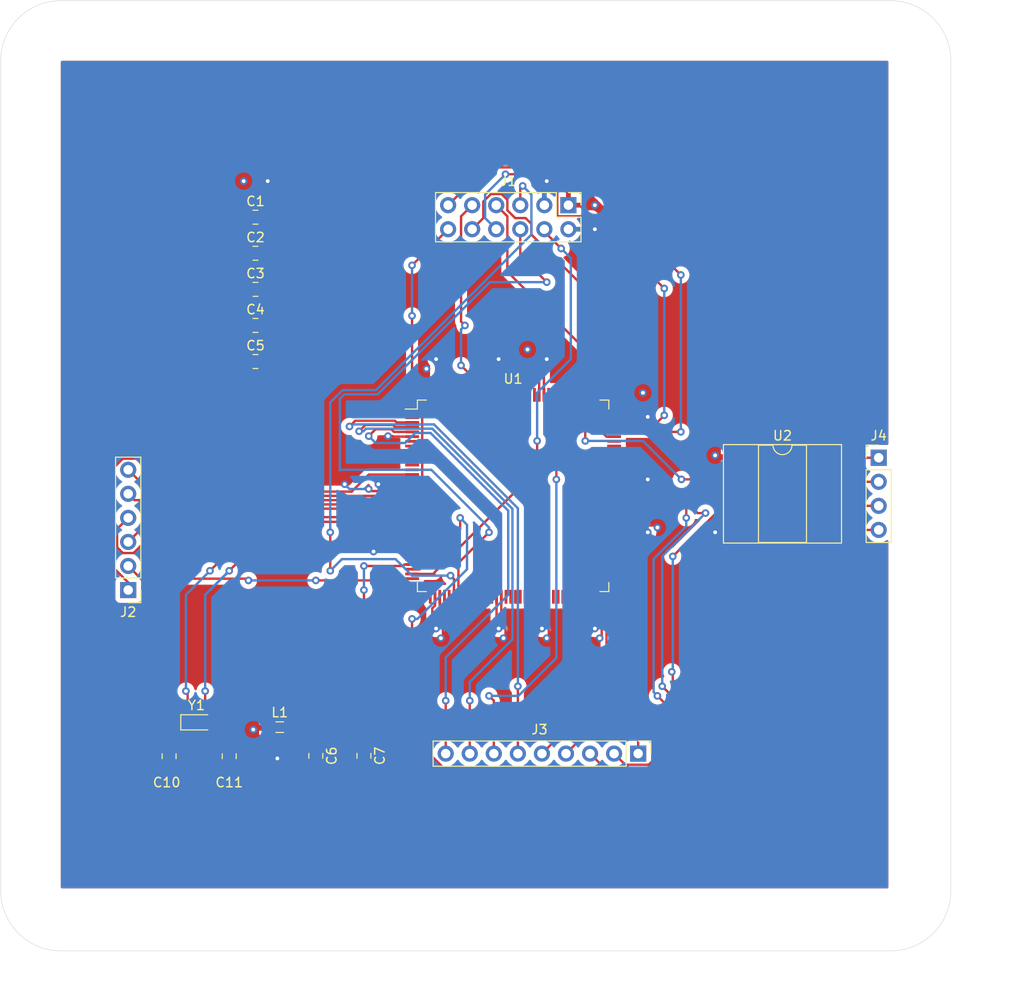
<source format=kicad_pcb>
(kicad_pcb (version 20171130) (host pcbnew "(5.1.9)-1")
  (layers (0 F.Cu signal) (31 B.Cu signal) (34 B.Paste user) (35 F.Paste user) (36 B.SilkS user) (37 F.SilkS user) (38 B.Mask user) (39 F.Mask user) (44 Edge.Cuts user))
  (net 0 "")
  (net 1 +3V3)
  (net 2 GND)
  (net 3 +3.3VA)
  (net 4 /RCC_OSC_IN)
  (net 5 /RCC_OSC_OUT)
  (net 6 "Net-(U1-Pad1)")
  (net 7 "Net-(U1-Pad2)")
  (net 8 DCMI_D4)
  (net 9 DCMI_D6)
  (net 10 DCMI_D7)
  (net 11 "Net-(U1-Pad7)")
  (net 12 "Net-(U1-Pad8)")
  (net 13 "Net-(U1-Pad9)")
  (net 14 "Net-(U1-Pad10)")
  (net 15 "Net-(U1-Pad11)")
  (net 16 "Net-(U1-Pad12)")
  (net 17 "Net-(U1-Pad13)")
  (net 18 OCTOSPIM_P2_CLK)
  (net 19 "Net-(U1-Pad15)")
  (net 20 OCTOSPIM_P1_IO3)
  (net 21 OCTOSPIM_P1_IO2)
  (net 22 OCTOSPIM_P1_IO0)
  (net 23 OCTOSPIM_P1_IO1)
  (net 24 "Net-(U1-Pad22)")
  (net 25 Watchdog)
  (net 26 "Net-(U1-Pad26)")
  (net 27 "Net-(U1-Pad27)")
  (net 28 "Net-(U1-Pad28)")
  (net 29 "Net-(U1-Pad29)")
  (net 30 "Net-(U1-Pad31)")
  (net 31 "Net-(U1-Pad32)")
  (net 32 UART4_TX)
  (net 33 SPI1_SCK)
  (net 34 OCTOSPIM_P1_NCS)
  (net 35 "Net-(U1-Pad37)")
  (net 36 "Net-(U1-Pad40)")
  (net 37 "Net-(U1-Pad41)")
  (net 38 SP11_MISO)
  (net 39 SP11_MOSI)
  (net 40 "Net-(U1-Pad44)")
  (net 41 "Net-(U1-Pad45)")
  (net 42 "Net-(U1-Pad46)")
  (net 43 "Net-(U1-Pad47)")
  (net 44 "Net-(U1-Pad48)")
  (net 45 "Net-(U1-Pad49)")
  (net 46 "Net-(U1-Pad50)")
  (net 47 "Net-(U1-Pad53)")
  (net 48 "Net-(U1-Pad54)")
  (net 49 "Net-(U1-Pad55)")
  (net 50 "Net-(U1-Pad56)")
  (net 51 "Net-(U1-Pad57)")
  (net 52 "Net-(U1-Pad58)")
  (net 53 "Net-(U1-Pad59)")
  (net 54 "Net-(U1-Pad60)")
  (net 55 "Net-(U1-Pad63)")
  (net 56 "Net-(U1-Pad64)")
  (net 57 "Net-(U1-Pad65)")
  (net 58 "Net-(U1-Pad66)")
  (net 59 "Net-(U1-Pad67)")
  (net 60 "Net-(U1-Pad68)")
  (net 61 "Net-(U1-Pad69)")
  (net 62 "Net-(U1-Pad70)")
  (net 63 "Net-(U1-Pad73)")
  (net 64 "Net-(U1-Pad74)")
  (net 65 "Net-(U1-Pad75)")
  (net 66 "Net-(U1-Pad76)")
  (net 67 "Net-(U1-Pad77)")
  (net 68 DCMI_PIXCLK)
  (net 69 "Net-(U1-Pad79)")
  (net 70 "Net-(U1-Pad80)")
  (net 71 "Net-(U1-Pad81)")
  (net 72 "Net-(U1-Pad82)")
  (net 73 "Net-(U1-Pad85)")
  (net 74 "Net-(U1-Pad86)")
  (net 75 "Net-(U1-Pad87)")
  (net 76 "Net-(U1-Pad88)")
  (net 77 "Net-(U1-Pad89)")
  (net 78 "Net-(U1-Pad90)")
  (net 79 "Net-(U1-Pad91)")
  (net 80 "Net-(U1-Pad92)")
  (net 81 "Net-(U1-Pad93)")
  (net 82 "Net-(U1-Pad95)")
  (net 83 DCMI_D0)
  (net 84 DCMI_D1)
  (net 85 DCMI_D2)
  (net 86 DCMI_D3)
  (net 87 "Net-(U1-Pad100)")
  (net 88 "Net-(U1-Pad101)")
  (net 89 "Net-(U1-Pad102)")
  (net 90 USB_OTG_FS_DM)
  (net 91 USB_OTG_FS_DP)
  (net 92 SYS_JTMS-SWDIO)
  (net 93 "Net-(U1-Pad106)")
  (net 94 SYS_JTCK-SWCLK)
  (net 95 "Net-(U1-Pad110)")
  (net 96 "Net-(U1-Pad111)")
  (net 97 UART4_RX)
  (net 98 "Net-(U1-Pad113)")
  (net 99 "Net-(U1-Pad114)")
  (net 100 "Net-(U1-Pad115)")
  (net 101 "Net-(U1-Pad116)")
  (net 102 DCMI_D5)
  (net 103 "Net-(U1-Pad118)")
  (net 104 "Net-(U1-Pad119)")
  (net 105 "Net-(U1-Pad122)")
  (net 106 "Net-(U1-Pad123)")
  (net 107 "Net-(U1-Pad124)")
  (net 108 "Net-(U1-Pad125)")
  (net 109 "Net-(U1-Pad126)")
  (net 110 "Net-(U1-Pad127)")
  (net 111 "Net-(U1-Pad128)")
  (net 112 "Net-(U1-Pad129)")
  (net 113 "Net-(U1-Pad131)")
  (net 114 "Net-(U1-Pad132)")
  (net 115 SYS_JTDO-SWO)
  (net 116 "Net-(U1-Pad134)")
  (net 117 "Net-(U1-Pad135)")
  (net 118 "Net-(U1-Pad136)")
  (net 119 "Net-(U1-Pad137)")
  (net 120 "Net-(U1-Pad138)")
  (net 121 "Net-(U1-Pad139)")
  (net 122 "Net-(U1-Pad140)")
  (net 123 "Net-(U1-Pad141)")
  (net 124 "Net-(U1-Pad142)")
  (net 125 DI2)
  (net 126 DI1)
  (net 127 RO2)
  (net 128 RO1)
  (module Package_QFP:LQFP-144_20x20mm_P0.5mm (layer F.Cu) (at 126.4975 89.11)
    (fp_text reference U1 (at 0 -12.35) (layer F.SilkS))
    (fp_text value STM32L4R5ZITx)
    (pad 1 smd roundrect (at -10.6625 -8.75) (size 1.475 0.3) (layers F.Cu F.Paste F.Mask) (net 6 "Net-(U1-Pad1)"))
    (pad 2 smd roundrect (at -10.6625 -8.25) (size 1.475 0.3) (layers F.Cu F.Paste F.Mask) (net 7 "Net-(U1-Pad2)"))
    (pad 3 smd roundrect (at -10.6625 -7.75) (size 1.475 0.3) (layers F.Cu F.Paste F.Mask) (net 8 DCMI_D4))
    (pad 4 smd roundrect (at -10.6625 -7.25) (size 1.475 0.3) (layers F.Cu F.Paste F.Mask) (net 9 DCMI_D6))
    (pad 5 smd roundrect (at -10.6625 -6.75) (size 1.475 0.3) (layers F.Cu F.Paste F.Mask) (net 10 DCMI_D7))
    (pad 6 smd roundrect (at -10.6625 -6.25) (size 1.475 0.3) (layers F.Cu F.Paste F.Mask) (net 1 +3V3))
    (pad 7 smd roundrect (at -10.6625 -5.75) (size 1.475 0.3) (layers F.Cu F.Paste F.Mask) (net 11 "Net-(U1-Pad7)"))
    (pad 8 smd roundrect (at -10.6625 -5.25) (size 1.475 0.3) (layers F.Cu F.Paste F.Mask) (net 12 "Net-(U1-Pad8)"))
    (pad 9 smd roundrect (at -10.6625 -4.75) (size 1.475 0.3) (layers F.Cu F.Paste F.Mask) (net 13 "Net-(U1-Pad9)"))
    (pad 10 smd roundrect (at -10.6625 -4.25) (size 1.475 0.3) (layers F.Cu F.Paste F.Mask) (net 14 "Net-(U1-Pad10)"))
    (pad 11 smd roundrect (at -10.6625 -3.75) (size 1.475 0.3) (layers F.Cu F.Paste F.Mask) (net 15 "Net-(U1-Pad11)"))
    (pad 12 smd roundrect (at -10.6625 -3.25) (size 1.475 0.3) (layers F.Cu F.Paste F.Mask) (net 16 "Net-(U1-Pad12)"))
    (pad 13 smd roundrect (at -10.6625 -2.75) (size 1.475 0.3) (layers F.Cu F.Paste F.Mask) (net 17 "Net-(U1-Pad13)"))
    (pad 14 smd roundrect (at -10.6625 -2.25) (size 1.475 0.3) (layers F.Cu F.Paste F.Mask) (net 18 OCTOSPIM_P2_CLK))
    (pad 15 smd roundrect (at -10.6625 -1.75) (size 1.475 0.3) (layers F.Cu F.Paste F.Mask) (net 19 "Net-(U1-Pad15)"))
    (pad 16 smd roundrect (at -10.6625 -1.25) (size 1.475 0.3) (layers F.Cu F.Paste F.Mask) (net 2 GND))
    (pad 17 smd roundrect (at -10.6625 -0.75) (size 1.475 0.3) (layers F.Cu F.Paste F.Mask) (net 1 +3V3))
    (pad 18 smd roundrect (at -10.6625 -0.25) (size 1.475 0.3) (layers F.Cu F.Paste F.Mask) (net 20 OCTOSPIM_P1_IO3))
    (pad 19 smd roundrect (at -10.6625 0.25) (size 1.475 0.3) (layers F.Cu F.Paste F.Mask) (net 21 OCTOSPIM_P1_IO2))
    (pad 20 smd roundrect (at -10.6625 0.75) (size 1.475 0.3) (layers F.Cu F.Paste F.Mask) (net 22 OCTOSPIM_P1_IO0))
    (pad 21 smd roundrect (at -10.6625 1.25) (size 1.475 0.3) (layers F.Cu F.Paste F.Mask) (net 23 OCTOSPIM_P1_IO1))
    (pad 22 smd roundrect (at -10.6625 1.75) (size 1.475 0.3) (layers F.Cu F.Paste F.Mask) (net 24 "Net-(U1-Pad22)"))
    (pad 23 smd roundrect (at -10.6625 2.25) (size 1.475 0.3) (layers F.Cu F.Paste F.Mask) (net 4 /RCC_OSC_IN))
    (pad 24 smd roundrect (at -10.6625 2.75) (size 1.475 0.3) (layers F.Cu F.Paste F.Mask) (net 5 /RCC_OSC_OUT))
    (pad 25 smd roundrect (at -10.6625 3.25) (size 1.475 0.3) (layers F.Cu F.Paste F.Mask) (net 25 Watchdog))
    (pad 26 smd roundrect (at -10.6625 3.75) (size 1.475 0.3) (layers F.Cu F.Paste F.Mask) (net 26 "Net-(U1-Pad26)"))
    (pad 27 smd roundrect (at -10.6625 4.25) (size 1.475 0.3) (layers F.Cu F.Paste F.Mask) (net 27 "Net-(U1-Pad27)"))
    (pad 28 smd roundrect (at -10.6625 4.75) (size 1.475 0.3) (layers F.Cu F.Paste F.Mask) (net 28 "Net-(U1-Pad28)"))
    (pad 29 smd roundrect (at -10.6625 5.25) (size 1.475 0.3) (layers F.Cu F.Paste F.Mask) (net 29 "Net-(U1-Pad29)"))
    (pad 30 smd roundrect (at -10.6625 5.75) (size 1.475 0.3) (layers F.Cu F.Paste F.Mask) (net 2 GND))
    (pad 31 smd roundrect (at -10.6625 6.25) (size 1.475 0.3) (layers F.Cu F.Paste F.Mask) (net 30 "Net-(U1-Pad31)"))
    (pad 32 smd roundrect (at -10.6625 6.75) (size 1.475 0.3) (layers F.Cu F.Paste F.Mask) (net 31 "Net-(U1-Pad32)"))
    (pad 33 smd roundrect (at -10.6625 7.25) (size 1.475 0.3) (layers F.Cu F.Paste F.Mask) (net 3 +3.3VA))
    (pad 34 smd roundrect (at -10.6625 7.75) (size 1.475 0.3) (layers F.Cu F.Paste F.Mask) (net 32 UART4_TX))
    (pad 35 smd roundrect (at -10.6625 8.25) (size 1.475 0.3) (layers F.Cu F.Paste F.Mask) (net 33 SPI1_SCK))
    (pad 36 smd roundrect (at -10.6625 8.75) (size 1.475 0.3) (layers F.Cu F.Paste F.Mask) (net 34 OCTOSPIM_P1_NCS))
    (pad 37 smd roundrect (at -8.75 10.6625) (size 0.3 1.475) (layers F.Cu F.Paste F.Mask) (net 35 "Net-(U1-Pad37)"))
    (pad 38 smd roundrect (at -8.25 10.6625) (size 0.3 1.475) (layers F.Cu F.Paste F.Mask) (net 2 GND))
    (pad 39 smd roundrect (at -7.75 10.6625) (size 0.3 1.475) (layers F.Cu F.Paste F.Mask) (net 1 +3V3))
    (pad 40 smd roundrect (at -7.25 10.6625) (size 0.3 1.475) (layers F.Cu F.Paste F.Mask) (net 36 "Net-(U1-Pad40)"))
    (pad 41 smd roundrect (at -6.75 10.6625) (size 0.3 1.475) (layers F.Cu F.Paste F.Mask) (net 37 "Net-(U1-Pad41)"))
    (pad 42 smd roundrect (at -6.25 10.6625) (size 0.3 1.475) (layers F.Cu F.Paste F.Mask) (net 38 SP11_MISO))
    (pad 43 smd roundrect (at -5.75 10.6625) (size 0.3 1.475) (layers F.Cu F.Paste F.Mask) (net 39 SP11_MOSI))
    (pad 44 smd roundrect (at -5.25 10.6625) (size 0.3 1.475) (layers F.Cu F.Paste F.Mask) (net 40 "Net-(U1-Pad44)"))
    (pad 45 smd roundrect (at -4.75 10.6625) (size 0.3 1.475) (layers F.Cu F.Paste F.Mask) (net 41 "Net-(U1-Pad45)"))
    (pad 46 smd roundrect (at -4.25 10.6625) (size 0.3 1.475) (layers F.Cu F.Paste F.Mask) (net 42 "Net-(U1-Pad46)"))
    (pad 47 smd roundrect (at -3.75 10.6625) (size 0.3 1.475) (layers F.Cu F.Paste F.Mask) (net 43 "Net-(U1-Pad47)"))
    (pad 48 smd roundrect (at -3.25 10.6625) (size 0.3 1.475) (layers F.Cu F.Paste F.Mask) (net 44 "Net-(U1-Pad48)"))
    (pad 49 smd roundrect (at -2.75 10.6625) (size 0.3 1.475) (layers F.Cu F.Paste F.Mask) (net 45 "Net-(U1-Pad49)"))
    (pad 50 smd roundrect (at -2.25 10.6625) (size 0.3 1.475) (layers F.Cu F.Paste F.Mask) (net 46 "Net-(U1-Pad50)"))
    (pad 51 smd roundrect (at -1.75 10.6625) (size 0.3 1.475) (layers F.Cu F.Paste F.Mask) (net 2 GND))
    (pad 52 smd roundrect (at -1.25 10.6625) (size 0.3 1.475) (layers F.Cu F.Paste F.Mask) (net 1 +3V3))
    (pad 53 smd roundrect (at -0.75 10.6625) (size 0.3 1.475) (layers F.Cu F.Paste F.Mask) (net 47 "Net-(U1-Pad53)"))
    (pad 54 smd roundrect (at -0.25 10.6625) (size 0.3 1.475) (layers F.Cu F.Paste F.Mask) (net 48 "Net-(U1-Pad54)"))
    (pad 55 smd roundrect (at 0.25 10.6625) (size 0.3 1.475) (layers F.Cu F.Paste F.Mask) (net 49 "Net-(U1-Pad55)"))
    (pad 56 smd roundrect (at 0.75 10.6625) (size 0.3 1.475) (layers F.Cu F.Paste F.Mask) (net 50 "Net-(U1-Pad56)"))
    (pad 57 smd roundrect (at 1.25 10.6625) (size 0.3 1.475) (layers F.Cu F.Paste F.Mask) (net 51 "Net-(U1-Pad57)"))
    (pad 58 smd roundrect (at 1.75 10.6625) (size 0.3 1.475) (layers F.Cu F.Paste F.Mask) (net 52 "Net-(U1-Pad58)"))
    (pad 59 smd roundrect (at 2.25 10.6625) (size 0.3 1.475) (layers F.Cu F.Paste F.Mask) (net 53 "Net-(U1-Pad59)"))
    (pad 60 smd roundrect (at 2.75 10.6625) (size 0.3 1.475) (layers F.Cu F.Paste F.Mask) (net 54 "Net-(U1-Pad60)"))
    (pad 61 smd roundrect (at 3.25 10.6625) (size 0.3 1.475) (layers F.Cu F.Paste F.Mask) (net 2 GND))
    (pad 62 smd roundrect (at 3.75 10.6625) (size 0.3 1.475) (layers F.Cu F.Paste F.Mask) (net 1 +3V3))
    (pad 63 smd roundrect (at 4.25 10.6625) (size 0.3 1.475) (layers F.Cu F.Paste F.Mask) (net 55 "Net-(U1-Pad63)"))
    (pad 64 smd roundrect (at 4.75 10.6625) (size 0.3 1.475) (layers F.Cu F.Paste F.Mask) (net 56 "Net-(U1-Pad64)"))
    (pad 65 smd roundrect (at 5.25 10.6625) (size 0.3 1.475) (layers F.Cu F.Paste F.Mask) (net 57 "Net-(U1-Pad65)"))
    (pad 66 smd roundrect (at 5.75 10.6625) (size 0.3 1.475) (layers F.Cu F.Paste F.Mask) (net 58 "Net-(U1-Pad66)"))
    (pad 67 smd roundrect (at 6.25 10.6625) (size 0.3 1.475) (layers F.Cu F.Paste F.Mask) (net 59 "Net-(U1-Pad67)"))
    (pad 68 smd roundrect (at 6.75 10.6625) (size 0.3 1.475) (layers F.Cu F.Paste F.Mask) (net 60 "Net-(U1-Pad68)"))
    (pad 69 smd roundrect (at 7.25 10.6625) (size 0.3 1.475) (layers F.Cu F.Paste F.Mask) (net 61 "Net-(U1-Pad69)"))
    (pad 70 smd roundrect (at 7.75 10.6625) (size 0.3 1.475) (layers F.Cu F.Paste F.Mask) (net 62 "Net-(U1-Pad70)"))
    (pad 71 smd roundrect (at 8.25 10.6625) (size 0.3 1.475) (layers F.Cu F.Paste F.Mask) (net 2 GND))
    (pad 72 smd roundrect (at 8.75 10.6625) (size 0.3 1.475) (layers F.Cu F.Paste F.Mask) (net 1 +3V3))
    (pad 73 smd roundrect (at 10.6625 8.75) (size 1.475 0.3) (layers F.Cu F.Paste F.Mask) (net 63 "Net-(U1-Pad73)"))
    (pad 74 smd roundrect (at 10.6625 8.25) (size 1.475 0.3) (layers F.Cu F.Paste F.Mask) (net 64 "Net-(U1-Pad74)"))
    (pad 75 smd roundrect (at 10.6625 7.75) (size 1.475 0.3) (layers F.Cu F.Paste F.Mask) (net 65 "Net-(U1-Pad75)"))
    (pad 76 smd roundrect (at 10.6625 7.25) (size 1.475 0.3) (layers F.Cu F.Paste F.Mask) (net 66 "Net-(U1-Pad76)"))
    (pad 77 smd roundrect (at 10.6625 6.75) (size 1.475 0.3) (layers F.Cu F.Paste F.Mask) (net 67 "Net-(U1-Pad77)"))
    (pad 78 smd roundrect (at 10.6625 6.25) (size 1.475 0.3) (layers F.Cu F.Paste F.Mask) (net 68 DCMI_PIXCLK))
    (pad 79 smd roundrect (at 10.6625 5.75) (size 1.475 0.3) (layers F.Cu F.Paste F.Mask) (net 69 "Net-(U1-Pad79)"))
    (pad 80 smd roundrect (at 10.6625 5.25) (size 1.475 0.3) (layers F.Cu F.Paste F.Mask) (net 70 "Net-(U1-Pad80)"))
    (pad 81 smd roundrect (at 10.6625 4.75) (size 1.475 0.3) (layers F.Cu F.Paste F.Mask) (net 71 "Net-(U1-Pad81)"))
    (pad 82 smd roundrect (at 10.6625 4.25) (size 1.475 0.3) (layers F.Cu F.Paste F.Mask) (net 72 "Net-(U1-Pad82)"))
    (pad 83 smd roundrect (at 10.6625 3.75) (size 1.475 0.3) (layers F.Cu F.Paste F.Mask) (net 2 GND))
    (pad 84 smd roundrect (at 10.6625 3.25) (size 1.475 0.3) (layers F.Cu F.Paste F.Mask) (net 1 +3V3))
    (pad 85 smd roundrect (at 10.6625 2.75) (size 1.475 0.3) (layers F.Cu F.Paste F.Mask) (net 73 "Net-(U1-Pad85)"))
    (pad 86 smd roundrect (at 10.6625 2.25) (size 1.475 0.3) (layers F.Cu F.Paste F.Mask) (net 74 "Net-(U1-Pad86)"))
    (pad 87 smd roundrect (at 10.6625 1.75) (size 1.475 0.3) (layers F.Cu F.Paste F.Mask) (net 75 "Net-(U1-Pad87)"))
    (pad 88 smd roundrect (at 10.6625 1.25) (size 1.475 0.3) (layers F.Cu F.Paste F.Mask) (net 76 "Net-(U1-Pad88)"))
    (pad 89 smd roundrect (at 10.6625 0.75) (size 1.475 0.3) (layers F.Cu F.Paste F.Mask) (net 77 "Net-(U1-Pad89)"))
    (pad 90 smd roundrect (at 10.6625 0.25) (size 1.475 0.3) (layers F.Cu F.Paste F.Mask) (net 78 "Net-(U1-Pad90)"))
    (pad 91 smd roundrect (at 10.6625 -0.25) (size 1.475 0.3) (layers F.Cu F.Paste F.Mask) (net 79 "Net-(U1-Pad91)"))
    (pad 92 smd roundrect (at 10.6625 -0.75) (size 1.475 0.3) (layers F.Cu F.Paste F.Mask) (net 80 "Net-(U1-Pad92)"))
    (pad 93 smd roundrect (at 10.6625 -1.25) (size 1.475 0.3) (layers F.Cu F.Paste F.Mask) (net 81 "Net-(U1-Pad93)"))
    (pad 94 smd roundrect (at 10.6625 -1.75) (size 1.475 0.3) (layers F.Cu F.Paste F.Mask) (net 2 GND))
    (pad 95 smd roundrect (at 10.6625 -2.25) (size 1.475 0.3) (layers F.Cu F.Paste F.Mask) (net 82 "Net-(U1-Pad95)"))
    (pad 96 smd roundrect (at 10.6625 -2.75) (size 1.475 0.3) (layers F.Cu F.Paste F.Mask) (net 83 DCMI_D0))
    (pad 97 smd roundrect (at 10.6625 -3.25) (size 1.475 0.3) (layers F.Cu F.Paste F.Mask) (net 84 DCMI_D1))
    (pad 98 smd roundrect (at 10.6625 -3.75) (size 1.475 0.3) (layers F.Cu F.Paste F.Mask) (net 85 DCMI_D2))
    (pad 99 smd roundrect (at 10.6625 -4.25) (size 1.475 0.3) (layers F.Cu F.Paste F.Mask) (net 86 DCMI_D3))
    (pad 100 smd roundrect (at 10.6625 -4.75) (size 1.475 0.3) (layers F.Cu F.Paste F.Mask) (net 87 "Net-(U1-Pad100)"))
    (pad 101 smd roundrect (at 10.6625 -5.25) (size 1.475 0.3) (layers F.Cu F.Paste F.Mask) (net 88 "Net-(U1-Pad101)"))
    (pad 102 smd roundrect (at 10.6625 -5.75) (size 1.475 0.3) (layers F.Cu F.Paste F.Mask) (net 89 "Net-(U1-Pad102)"))
    (pad 103 smd roundrect (at 10.6625 -6.25) (size 1.475 0.3) (layers F.Cu F.Paste F.Mask) (net 90 USB_OTG_FS_DM))
    (pad 104 smd roundrect (at 10.6625 -6.75) (size 1.475 0.3) (layers F.Cu F.Paste F.Mask) (net 91 USB_OTG_FS_DP))
    (pad 105 smd roundrect (at 10.6625 -7.25) (size 1.475 0.3) (layers F.Cu F.Paste F.Mask) (net 92 SYS_JTMS-SWDIO))
    (pad 106 smd roundrect (at 10.6625 -7.75) (size 1.475 0.3) (layers F.Cu F.Paste F.Mask) (net 93 "Net-(U1-Pad106)"))
    (pad 107 smd roundrect (at 10.6625 -8.25) (size 1.475 0.3) (layers F.Cu F.Paste F.Mask) (net 2 GND))
    (pad 108 smd roundrect (at 10.6625 -8.75) (size 1.475 0.3) (layers F.Cu F.Paste F.Mask) (net 1 +3V3))
    (pad 109 smd roundrect (at 8.75 -10.6625) (size 0.3 1.475) (layers F.Cu F.Paste F.Mask) (net 94 SYS_JTCK-SWCLK))
    (pad 110 smd roundrect (at 8.25 -10.6625) (size 0.3 1.475) (layers F.Cu F.Paste F.Mask) (net 95 "Net-(U1-Pad110)"))
    (pad 111 smd roundrect (at 7.75 -10.6625) (size 0.3 1.475) (layers F.Cu F.Paste F.Mask) (net 96 "Net-(U1-Pad111)"))
    (pad 112 smd roundrect (at 7.25 -10.6625) (size 0.3 1.475) (layers F.Cu F.Paste F.Mask) (net 97 UART4_RX))
    (pad 113 smd roundrect (at 6.75 -10.6625) (size 0.3 1.475) (layers F.Cu F.Paste F.Mask) (net 98 "Net-(U1-Pad113)"))
    (pad 114 smd roundrect (at 6.25 -10.6625) (size 0.3 1.475) (layers F.Cu F.Paste F.Mask) (net 99 "Net-(U1-Pad114)"))
    (pad 115 smd roundrect (at 5.75 -10.6625) (size 0.3 1.475) (layers F.Cu F.Paste F.Mask) (net 100 "Net-(U1-Pad115)"))
    (pad 116 smd roundrect (at 5.25 -10.6625) (size 0.3 1.475) (layers F.Cu F.Paste F.Mask) (net 101 "Net-(U1-Pad116)"))
    (pad 117 smd roundrect (at 4.75 -10.6625) (size 0.3 1.475) (layers F.Cu F.Paste F.Mask) (net 102 DCMI_D5))
    (pad 118 smd roundrect (at 4.25 -10.6625) (size 0.3 1.475) (layers F.Cu F.Paste F.Mask) (net 103 "Net-(U1-Pad118)"))
    (pad 119 smd roundrect (at 3.75 -10.6625) (size 0.3 1.475) (layers F.Cu F.Paste F.Mask) (net 104 "Net-(U1-Pad119)"))
    (pad 120 smd roundrect (at 3.25 -10.6625) (size 0.3 1.475) (layers F.Cu F.Paste F.Mask) (net 2 GND))
    (pad 121 smd roundrect (at 2.75 -10.6625) (size 0.3 1.475) (layers F.Cu F.Paste F.Mask) (net 1 +3V3))
    (pad 122 smd roundrect (at 2.25 -10.6625) (size 0.3 1.475) (layers F.Cu F.Paste F.Mask) (net 105 "Net-(U1-Pad122)"))
    (pad 123 smd roundrect (at 1.75 -10.6625) (size 0.3 1.475) (layers F.Cu F.Paste F.Mask) (net 106 "Net-(U1-Pad123)"))
    (pad 124 smd roundrect (at 1.25 -10.6625) (size 0.3 1.475) (layers F.Cu F.Paste F.Mask) (net 107 "Net-(U1-Pad124)"))
    (pad 125 smd roundrect (at 0.75 -10.6625) (size 0.3 1.475) (layers F.Cu F.Paste F.Mask) (net 108 "Net-(U1-Pad125)"))
    (pad 126 smd roundrect (at 0.25 -10.6625) (size 0.3 1.475) (layers F.Cu F.Paste F.Mask) (net 109 "Net-(U1-Pad126)"))
    (pad 127 smd roundrect (at -0.25 -10.6625) (size 0.3 1.475) (layers F.Cu F.Paste F.Mask) (net 110 "Net-(U1-Pad127)"))
    (pad 128 smd roundrect (at -0.75 -10.6625) (size 0.3 1.475) (layers F.Cu F.Paste F.Mask) (net 111 "Net-(U1-Pad128)"))
    (pad 129 smd roundrect (at -1.25 -10.6625) (size 0.3 1.475) (layers F.Cu F.Paste F.Mask) (net 112 "Net-(U1-Pad129)"))
    (pad 130 smd roundrect (at -1.75 -10.6625) (size 0.3 1.475) (layers F.Cu F.Paste F.Mask) (net 2 GND))
    (pad 131 smd roundrect (at -2.25 -10.6625) (size 0.3 1.475) (layers F.Cu F.Paste F.Mask) (net 113 "Net-(U1-Pad131)"))
    (pad 132 smd roundrect (at -2.75 -10.6625) (size 0.3 1.475) (layers F.Cu F.Paste F.Mask) (net 114 "Net-(U1-Pad132)"))
    (pad 133 smd roundrect (at -3.25 -10.6625) (size 0.3 1.475) (layers F.Cu F.Paste F.Mask) (net 115 SYS_JTDO-SWO))
    (pad 134 smd roundrect (at -3.75 -10.6625) (size 0.3 1.475) (layers F.Cu F.Paste F.Mask) (net 116 "Net-(U1-Pad134)"))
    (pad 135 smd roundrect (at -4.25 -10.6625) (size 0.3 1.475) (layers F.Cu F.Paste F.Mask) (net 117 "Net-(U1-Pad135)"))
    (pad 136 smd roundrect (at -4.75 -10.6625) (size 0.3 1.475) (layers F.Cu F.Paste F.Mask) (net 118 "Net-(U1-Pad136)"))
    (pad 137 smd roundrect (at -5.25 -10.6625) (size 0.3 1.475) (layers F.Cu F.Paste F.Mask) (net 119 "Net-(U1-Pad137)"))
    (pad 138 smd roundrect (at -5.75 -10.6625) (size 0.3 1.475) (layers F.Cu F.Paste F.Mask) (net 120 "Net-(U1-Pad138)"))
    (pad 139 smd roundrect (at -6.25 -10.6625) (size 0.3 1.475) (layers F.Cu F.Paste F.Mask) (net 121 "Net-(U1-Pad139)"))
    (pad 140 smd roundrect (at -6.75 -10.6625) (size 0.3 1.475) (layers F.Cu F.Paste F.Mask) (net 122 "Net-(U1-Pad140)"))
    (pad 141 smd roundrect (at -7.25 -10.6625) (size 0.3 1.475) (layers F.Cu F.Paste F.Mask) (net 123 "Net-(U1-Pad141)"))
    (pad 142 smd roundrect (at -7.75 -10.6625) (size 0.3 1.475) (layers F.Cu F.Paste F.Mask) (net 124 "Net-(U1-Pad142)"))
    (pad 143 smd roundrect (at -8.25 -10.6625) (size 0.3 1.475) (layers F.Cu F.Paste F.Mask) (net 2 GND))
    (pad 144 smd roundrect (at -8.75 -10.6625) (size 0.3 1.475) (layers F.Cu F.Paste F.Mask) (net 1 +3V3))
  )
  (module Connector_PinHeader_2.54mm:PinHeader_1x09_P2.54mm_Vertical (layer F.Cu) (at 139.7 116.332 270)
    (fp_text reference J3 (at -2.54 10.414 180) (layer F.SilkS))
    (fp_text value Conn_01x09)
    (pad 9 thru_hole oval (at 0 20.32 270) (size 1.7 1.7) (drill 1) (layers *.Cu *.Mask) (net 10 DCMI_D7))
    (pad 8 thru_hole oval (at 0 17.78 270) (size 1.7 1.7) (drill 1) (layers *.Cu *.Mask) (net 9 DCMI_D6))
    (pad 7 thru_hole oval (at 0 15.24 270) (size 1.7 1.7) (drill 1) (layers *.Cu *.Mask) (net 102 DCMI_D5))
    (pad 6 thru_hole oval (at 0 12.7 270) (size 1.7 1.7) (drill 1) (layers *.Cu *.Mask) (net 8 DCMI_D4))
    (pad 5 thru_hole oval (at 0 10.16 270) (size 1.7 1.7) (drill 1) (layers *.Cu *.Mask) (net 86 DCMI_D3))
    (pad 4 thru_hole oval (at 0 7.62 270) (size 1.7 1.7) (drill 1) (layers *.Cu *.Mask) (net 85 DCMI_D2))
    (pad 3 thru_hole oval (at 0 5.08 270) (size 1.7 1.7) (drill 1) (layers *.Cu *.Mask) (net 84 DCMI_D1))
    (pad 2 thru_hole oval (at 0 2.54 270) (size 1.7 1.7) (drill 1) (layers *.Cu *.Mask) (net 83 DCMI_D0))
    (pad 1 thru_hole rect (at 0 0 270) (size 1.7 1.7) (drill 1) (layers *.Cu *.Mask) (net 68 DCMI_PIXCLK))
  )
  (module Connector_PinHeader_2.54mm:PinHeader_1x06_P2.54mm_Vertical (layer F.Cu) (at 85.852 99.06 180)
    (fp_text reference J2 (at 0 -2.33) (layer F.SilkS))
    (fp_text value Conn_01x06)
    (pad 6 thru_hole oval (at 0 12.7 180) (size 1.7 1.7) (drill 1) (layers *.Cu *.Mask) (net 20 OCTOSPIM_P1_IO3))
    (pad 5 thru_hole oval (at 0 10.16 180) (size 1.7 1.7) (drill 1) (layers *.Cu *.Mask) (net 21 OCTOSPIM_P1_IO2))
    (pad 4 thru_hole oval (at 0 7.62 180) (size 1.7 1.7) (drill 1) (layers *.Cu *.Mask) (net 23 OCTOSPIM_P1_IO1))
    (pad 3 thru_hole oval (at 0 5.08 180) (size 1.7 1.7) (drill 1) (layers *.Cu *.Mask) (net 22 OCTOSPIM_P1_IO0))
    (pad 2 thru_hole oval (at 0 2.54 180) (size 1.7 1.7) (drill 1) (layers *.Cu *.Mask) (net 34 OCTOSPIM_P1_NCS))
    (pad 1 thru_hole rect (at 0 0 180) (size 1.7 1.7) (drill 1) (layers *.Cu *.Mask) (net 18 OCTOSPIM_P2_CLK))
  )
  (module Connector_PinHeader_2.54mm:PinHeader_2x06_P2.54mm_Vertical (layer F.Cu) (at 132.334 58.42 270)
    (fp_text reference J1 (at -2.54 6.35 180) (layer F.SilkS))
    (fp_text value Conn_02x06_Counter_Clockwise)
    (pad 12 thru_hole oval (at 2.54 12.7 270) (size 1.7 1.7) (drill 1) (layers *.Cu *.Mask) (net 25 Watchdog))
    (pad 11 thru_hole oval (at 0 12.7 270) (size 1.7 1.7) (drill 1) (layers *.Cu *.Mask) (net 91 USB_OTG_FS_DP))
    (pad 10 thru_hole oval (at 2.54 10.16 270) (size 1.7 1.7) (drill 1) (layers *.Cu *.Mask) (net 90 USB_OTG_FS_DM))
    (pad 9 thru_hole oval (at 0 10.16 270) (size 1.7 1.7) (drill 1) (layers *.Cu *.Mask) (net 115 SYS_JTDO-SWO))
    (pad 8 thru_hole oval (at 2.54 7.62 270) (size 1.7 1.7) (drill 1) (layers *.Cu *.Mask) (net 92 SYS_JTMS-SWDIO))
    (pad 7 thru_hole oval (at 0 7.62 270) (size 1.7 1.7) (drill 1) (layers *.Cu *.Mask) (net 94 SYS_JTCK-SWCLK))
    (pad 6 thru_hole oval (at 2.54 5.08 270) (size 1.7 1.7) (drill 1) (layers *.Cu *.Mask) (net 39 SP11_MOSI))
    (pad 5 thru_hole oval (at 0 5.08 270) (size 1.7 1.7) (drill 1) (layers *.Cu *.Mask) (net 38 SP11_MISO))
    (pad 4 thru_hole oval (at 2.54 2.54 270) (size 1.7 1.7) (drill 1) (layers *.Cu *.Mask) (net 33 SPI1_SCK))
    (pad 3 thru_hole oval (at 0 2.54 270) (size 1.7 1.7) (drill 1) (layers *.Cu *.Mask) (net 2 GND))
    (pad 2 thru_hole oval (at 2.54 0 270) (size 1.7 1.7) (drill 1) (layers *.Cu *.Mask) (net 2 GND))
    (pad 1 thru_hole rect (at 0 0 270) (size 1.7 1.7) (drill 1) (layers *.Cu *.Mask) (net 1 +3V3))
  )
  (module Capacitor_SMD:C_0805_2012Metric_Pad1.18x1.45mm_HandSolder (layer F.Cu) (at 99.2925 59.69)
    (fp_text reference C1 (at 0 -1.68) (layer F.SilkS))
    (fp_text value 4u7)
    (pad 1 smd roundrect (at -1.0375 0) (size 1.175 1.45) (layers F.Cu F.Paste F.Mask) (roundrect_rratio 0.212766) (net 1 +3V3))
    (pad 2 smd roundrect (at 1.0375 0) (size 1.175 1.45) (layers F.Cu F.Paste F.Mask) (roundrect_rratio 0.212766) (net 2 GND))
  )
  (module Capacitor_SMD:C_0805_2012Metric_Pad1.18x1.45mm_HandSolder (layer F.Cu) (at 99.2925 63.5)
    (fp_text reference C2 (at 0 -1.68) (layer F.SilkS))
    (fp_text value 100n)
    (pad 2 smd roundrect (at 1.0375 0) (size 1.175 1.45) (layers F.Cu F.Paste F.Mask) (roundrect_rratio 0.212766) (net 2 GND))
    (pad 1 smd roundrect (at -1.0375 0) (size 1.175 1.45) (layers F.Cu F.Paste F.Mask) (roundrect_rratio 0.212766) (net 1 +3V3))
  )
  (module Capacitor_SMD:C_0805_2012Metric_Pad1.18x1.45mm_HandSolder (layer F.Cu) (at 99.2925 67.31)
    (fp_text reference C3 (at 0 -1.68) (layer F.SilkS))
    (fp_text value 100n)
    (pad 1 smd roundrect (at -1.0375 0) (size 1.175 1.45) (layers F.Cu F.Paste F.Mask) (roundrect_rratio 0.212766) (net 1 +3V3))
    (pad 2 smd roundrect (at 1.0375 0) (size 1.175 1.45) (layers F.Cu F.Paste F.Mask) (roundrect_rratio 0.212766) (net 2 GND))
  )
  (module Capacitor_SMD:C_0805_2012Metric_Pad1.18x1.45mm_HandSolder (layer F.Cu) (at 99.2925 71.12)
    (fp_text reference C4 (at 0 -1.68) (layer F.SilkS))
    (fp_text value 100n)
    (pad 2 smd roundrect (at 1.0375 0) (size 1.175 1.45) (layers F.Cu F.Paste F.Mask) (roundrect_rratio 0.212766) (net 2 GND))
    (pad 1 smd roundrect (at -1.0375 0) (size 1.175 1.45) (layers F.Cu F.Paste F.Mask) (roundrect_rratio 0.212766) (net 1 +3V3))
  )
  (module Capacitor_SMD:C_0805_2012Metric_Pad1.18x1.45mm_HandSolder (layer F.Cu) (at 99.2925 74.93)
    (fp_text reference C5 (at 0 -1.68) (layer F.SilkS))
    (fp_text value 100n)
    (pad 1 smd roundrect (at -1.0375 0) (size 1.175 1.45) (layers F.Cu F.Paste F.Mask) (roundrect_rratio 0.212766) (net 1 +3V3))
    (pad 2 smd roundrect (at 1.0375 0) (size 1.175 1.45) (layers F.Cu F.Paste F.Mask) (roundrect_rratio 0.212766) (net 2 GND))
  )
  (module Capacitor_SMD:C_0805_2012Metric_Pad1.18x1.45mm_HandSolder (layer F.Cu) (at 105.664 116.5645 270)
    (fp_text reference C6 (at 0 -1.68 90) (layer F.SilkS))
    (fp_text value 1u)
    (pad 2 smd roundrect (at 1.0375 0 270) (size 1.175 1.45) (layers F.Cu F.Paste F.Mask) (roundrect_rratio 0.212766) (net 2 GND))
    (pad 1 smd roundrect (at -1.0375 0 270) (size 1.175 1.45) (layers F.Cu F.Paste F.Mask) (roundrect_rratio 0.212766) (net 3 +3.3VA))
  )
  (module Capacitor_SMD:C_0805_2012Metric_Pad1.18x1.45mm_HandSolder (layer F.Cu) (at 110.744 116.5645 270)
    (fp_text reference C7 (at 0 -1.68 90) (layer F.SilkS))
    (fp_text value 100n)
    (pad 1 smd roundrect (at -1.0375 0 270) (size 1.175 1.45) (layers F.Cu F.Paste F.Mask) (roundrect_rratio 0.212766) (net 3 +3.3VA))
    (pad 2 smd roundrect (at 1.0375 0 270) (size 1.175 1.45) (layers F.Cu F.Paste F.Mask) (roundrect_rratio 0.212766) (net 2 GND))
  )
  (module Capacitor_SMD:C_0805_2012Metric_Pad1.18x1.45mm_HandSolder (layer F.Cu) (at 90.17 116.6075 270)
    (fp_text reference C10 (at 2.7725 0.254 180) (layer F.SilkS))
    (fp_text value 15p)
    (pad 2 smd roundrect (at 1.0375 0 270) (size 1.175 1.45) (layers F.Cu F.Paste F.Mask) (roundrect_rratio 0.212766) (net 2 GND))
    (pad 1 smd roundrect (at -1.0375 0 270) (size 1.175 1.45) (layers F.Cu F.Paste F.Mask) (roundrect_rratio 0.212766) (net 4 /RCC_OSC_IN))
  )
  (module Capacitor_SMD:C_0805_2012Metric_Pad1.18x1.45mm_HandSolder (layer F.Cu) (at 96.52 116.6075 270)
    (fp_text reference C11 (at 2.7725 0 180) (layer F.SilkS))
    (fp_text value 15p)
    (pad 1 smd roundrect (at -1.0375 0 270) (size 1.175 1.45) (layers F.Cu F.Paste F.Mask) (roundrect_rratio 0.212766) (net 5 /RCC_OSC_OUT))
    (pad 2 smd roundrect (at 1.0375 0 270) (size 1.175 1.45) (layers F.Cu F.Paste F.Mask) (roundrect_rratio 0.212766) (net 2 GND))
  )
  (module Inductor_SMD:L_0805_2012Metric_Pad1.05x1.20mm_HandSolder (layer F.Cu) (at 101.854 113.538)
    (fp_text reference L1 (at 0 -1.55) (layer F.SilkS))
    (fp_text value 27n)
    (pad 1 smd roundrect (at -1.15 0) (size 1.05 1.2) (layers F.Cu F.Paste F.Mask) (roundrect_rratio 0.238095) (net 1 +3V3))
    (pad 2 smd roundrect (at 1.15 0) (size 1.05 1.2) (layers F.Cu F.Paste F.Mask) (roundrect_rratio 0.238095) (net 3 +3.3VA))
  )
  (module Package_DIP:DIP-8_W8.89mm_SMDSocket_LongPads (layer F.Cu) (at 154.94 88.9)
    (fp_text reference U2 (at 0 -6.14) (layer F.SilkS))
    (fp_text value ISL83488)
    (pad 1 smd rect (at -4.445 -3.81) (size 3.1 1.6) (layers F.Cu F.Paste F.Mask) (net 1 +3V3))
    (pad 5 smd rect (at 4.445 3.81) (size 3.1 1.6) (layers F.Cu F.Paste F.Mask) (net 125 DI2))
    (pad 2 smd rect (at -4.445 -1.27) (size 3.1 1.6) (layers F.Cu F.Paste F.Mask) (net 97 UART4_RX))
    (pad 6 smd rect (at 4.445 1.27) (size 3.1 1.6) (layers F.Cu F.Paste F.Mask) (net 126 DI1))
    (pad 3 smd rect (at -4.445 1.27) (size 3.1 1.6) (layers F.Cu F.Paste F.Mask) (net 32 UART4_TX))
    (pad 7 smd rect (at 4.445 -1.27) (size 3.1 1.6) (layers F.Cu F.Paste F.Mask) (net 127 RO2))
    (pad 4 smd rect (at -4.445 3.81) (size 3.1 1.6) (layers F.Cu F.Paste F.Mask) (net 2 GND))
    (pad 8 smd rect (at 4.445 -3.81) (size 3.1 1.6) (layers F.Cu F.Paste F.Mask) (net 128 RO1))
  )
  (module Crystal:Crystal_SMD_2012-2Pin_2.0x1.2mm_HandSoldering (layer F.Cu) (at 93.055 113.03)
    (fp_text reference Y1 (at 0 -1.8) (layer F.SilkS))
    (fp_text value "32.768 kHz")
    (pad 1 smd rect (at -0.925 0) (size 1.05 1.1) (layers F.Cu F.Paste F.Mask) (net 4 /RCC_OSC_IN))
    (pad 2 smd rect (at 0.925 0) (size 1.05 1.1) (layers F.Cu F.Paste F.Mask) (net 5 /RCC_OSC_OUT))
  )
  (module Connector_PinHeader_2.54mm:PinHeader_1x04_P2.54mm_Vertical (layer F.Cu) (at 165.1 85.09)
    (fp_text reference J4 (at 0 -2.33) (layer F.SilkS))
    (fp_text value Conn_01x04)
    (pad 1 thru_hole rect (at 0 0) (size 1.7 1.7) (drill 1) (layers *.Cu *.Mask) (net 128 RO1))
    (pad 2 thru_hole oval (at 0 2.54) (size 1.7 1.7) (drill 1) (layers *.Cu *.Mask) (net 127 RO2))
    (pad 3 thru_hole oval (at 0 5.08) (size 1.7 1.7) (drill 1) (layers *.Cu *.Mask) (net 126 DI1))
    (pad 4 thru_hole oval (at 0 7.62) (size 1.7 1.7) (drill 1) (layers *.Cu *.Mask) (net 125 DI2))
  )
  (gr_text "CubeSat_OBC V1" (at 97.536 51.308) (layer F.Cu) (effects (font (size 1.5 1.5) (thickness 0.3))))
  (gr_arc (start 78.74 130.81) (end 72.39 130.81) (angle -90) (layer Edge.Cuts) (width 0.05))
  (gr_line (start 172.72 43.18) (end 172.72 130.81) (layer Edge.Cuts) (width 0.05))
  (gr_line (start 78.74 36.83) (end 166.37 36.83) (layer Edge.Cuts) (width 0.05))
  (gr_line (start 72.39 130.81) (end 72.39 43.18) (layer Edge.Cuts) (width 0.05))
  (gr_line (start 166.37 137.16) (end 78.74 137.16) (layer Edge.Cuts) (width 0.05))
  (gr_arc (start 166.37 130.81) (end 166.37 137.16) (angle -90) (layer Edge.Cuts) (width 0.05))
  (gr_arc (start 166.37 43.18) (end 172.72 43.18) (angle -90) (layer Edge.Cuts) (width 0.05))
  (gr_arc (start 78.74 43.18) (end 78.74 36.83) (angle -90) (layer Edge.Cuts) (width 0.05))
  (via (at 99.06 113.792) (size 0.8) (drill 0.4) (layers F.Cu B.Cu) (net 1))
  (via (at 101.6 116.84) (size 0.8) (drill 0.4) (layers F.Cu B.Cu) (net 2))
  (via (at 130.048 104.14) (size 0.8) (drill 0.4) (layers F.Cu B.Cu) (net 1))
  (via (at 125.476 104.14) (size 0.8) (drill 0.4) (layers F.Cu B.Cu) (net 1))
  (via (at 135.636 104.14) (size 0.8) (drill 0.4) (layers F.Cu B.Cu) (net 1))
  (via (at 118.872 104.14) (size 0.8) (drill 0.4) (layers F.Cu B.Cu) (net 1))
  (via (at 141.732 92.456) (size 0.8) (drill 0.4) (layers F.Cu B.Cu) (net 1))
  (segment (start 140.246998 92.36) (end 137.16 92.36) (width 0.25) (layer F.Cu) (net 1))
  (segment (start 140.367999 92.238999) (end 140.246998 92.36) (width 0.25) (layer F.Cu) (net 1))
  (segment (start 141.514999 92.238999) (end 140.367999 92.238999) (width 0.25) (layer F.Cu) (net 1))
  (segment (start 141.732 92.456) (end 141.514999 92.238999) (width 0.25) (layer F.Cu) (net 1))
  (segment (start 137.473001 80.046999) (end 137.16 80.36) (width 0.25) (layer F.Cu) (net 1))
  (via (at 118.364 103.124) (size 0.8) (drill 0.4) (layers F.Cu B.Cu) (net 2))
  (via (at 124.968 103.124) (size 0.8) (drill 0.4) (layers F.Cu B.Cu) (net 2))
  (via (at 135.128 103.124) (size 0.8) (drill 0.4) (layers F.Cu B.Cu) (net 2))
  (via (at 140.716 87.376) (size 0.8) (drill 0.4) (layers F.Cu B.Cu) (net 2))
  (via (at 140.716 92.964) (size 0.8) (drill 0.4) (layers F.Cu B.Cu) (net 2))
  (via (at 140.716 80.772) (size 0.8) (drill 0.4) (layers F.Cu B.Cu) (net 2))
  (via (at 130.048 74.676) (size 0.8) (drill 0.4) (layers F.Cu B.Cu) (net 2))
  (via (at 124.968 74.676) (size 0.8) (drill 0.4) (layers F.Cu B.Cu) (net 2))
  (via (at 118.364 74.676) (size 0.8) (drill 0.4) (layers F.Cu B.Cu) (net 2))
  (via (at 112.268 87.884) (size 0.8) (drill 0.4) (layers F.Cu B.Cu) (net 2))
  (via (at 111.76 94.996) (size 0.8) (drill 0.4) (layers F.Cu B.Cu) (net 2))
  (segment (start 137.963202 92.86) (end 137.16 92.86) (width 0.25) (layer F.Cu) (net 2))
  (segment (start 138.067202 92.964) (end 137.963202 92.86) (width 0.25) (layer F.Cu) (net 2))
  (segment (start 140.716 92.964) (end 138.067202 92.964) (width 0.25) (layer F.Cu) (net 2))
  (segment (start 137.176 87.376) (end 137.16 87.36) (width 0.25) (layer F.Cu) (net 2))
  (segment (start 140.716 87.376) (end 137.176 87.376) (width 0.25) (layer F.Cu) (net 2))
  (segment (start 137.963202 80.86) (end 137.16 80.86) (width 0.25) (layer F.Cu) (net 2))
  (segment (start 138.051202 80.772) (end 137.963202 80.86) (width 0.25) (layer F.Cu) (net 2))
  (segment (start 140.716 80.772) (end 138.051202 80.772) (width 0.25) (layer F.Cu) (net 2))
  (segment (start 129.7475 74.9765) (end 129.7475 78.4475) (width 0.25) (layer F.Cu) (net 2))
  (segment (start 130.048 74.676) (end 129.7475 74.9765) (width 0.25) (layer F.Cu) (net 2))
  (segment (start 124.7475 74.8965) (end 124.7475 78.4475) (width 0.25) (layer F.Cu) (net 2))
  (segment (start 124.968 74.676) (end 124.7475 74.8965) (width 0.25) (layer F.Cu) (net 2))
  (segment (start 118.2475 77.644298) (end 118.2475 78.4475) (width 0.25) (layer F.Cu) (net 2))
  (segment (start 118.364 77.527798) (end 118.2475 77.644298) (width 0.25) (layer F.Cu) (net 2))
  (segment (start 118.364 74.676) (end 118.364 77.527798) (width 0.25) (layer F.Cu) (net 2))
  (segment (start 115.811 87.884) (end 115.835 87.86) (width 0.25) (layer F.Cu) (net 2))
  (segment (start 112.268 87.884) (end 115.811 87.884) (width 0.25) (layer F.Cu) (net 2))
  (segment (start 111.896 94.86) (end 115.835 94.86) (width 0.25) (layer F.Cu) (net 2))
  (segment (start 111.76 94.996) (end 111.896 94.86) (width 0.25) (layer F.Cu) (net 2))
  (segment (start 124.7475 102.9035) (end 124.7475 99.7725) (width 0.25) (layer F.Cu) (net 2))
  (segment (start 124.968 103.124) (end 124.7475 102.9035) (width 0.25) (layer F.Cu) (net 2))
  (segment (start 134.7475 102.7435) (end 134.7475 99.7725) (width 0.25) (layer F.Cu) (net 2))
  (segment (start 135.128 103.124) (end 134.7475 102.7435) (width 0.25) (layer F.Cu) (net 2))
  (via (at 129.54 103.124) (size 0.8) (drill 0.4) (layers F.Cu B.Cu) (net 2))
  (segment (start 129.7475 102.9165) (end 129.7475 99.7725) (width 0.25) (layer F.Cu) (net 2))
  (segment (start 129.54 103.124) (end 129.7475 102.9165) (width 0.25) (layer F.Cu) (net 2))
  (segment (start 118.7475 102.434498) (end 118.7475 99.7725) (width 0.25) (layer F.Cu) (net 1))
  (segment (start 119.089001 102.775999) (end 118.7475 102.434498) (width 0.25) (layer F.Cu) (net 1))
  (segment (start 119.089001 103.922999) (end 119.089001 102.775999) (width 0.25) (layer F.Cu) (net 1))
  (segment (start 118.872 104.14) (end 119.089001 103.922999) (width 0.25) (layer F.Cu) (net 1))
  (segment (start 125.693001 103.922999) (end 125.693001 102.603491) (width 0.25) (layer F.Cu) (net 1))
  (segment (start 125.476 104.14) (end 125.693001 103.922999) (width 0.25) (layer F.Cu) (net 1))
  (segment (start 125.2475 102.15799) (end 125.2475 99.7725) (width 0.25) (layer F.Cu) (net 1))
  (segment (start 125.693001 102.603491) (end 125.2475 102.15799) (width 0.25) (layer F.Cu) (net 1))
  (segment (start 130.265001 99.790001) (end 130.2475 99.7725) (width 0.25) (layer F.Cu) (net 1))
  (segment (start 130.265001 103.922999) (end 130.265001 99.790001) (width 0.25) (layer F.Cu) (net 1))
  (segment (start 130.048 104.14) (end 130.265001 103.922999) (width 0.25) (layer F.Cu) (net 1))
  (segment (start 135.853001 100.378001) (end 135.2475 99.7725) (width 0.25) (layer F.Cu) (net 1))
  (segment (start 135.853001 103.922999) (end 135.853001 100.378001) (width 0.25) (layer F.Cu) (net 1))
  (segment (start 135.636 104.14) (end 135.853001 103.922999) (width 0.25) (layer F.Cu) (net 1))
  (via (at 147.828 84.836) (size 0.8) (drill 0.4) (layers F.Cu B.Cu) (net 1))
  (segment (start 100.45 113.792) (end 100.704 113.538) (width 0.25) (layer F.Cu) (net 1))
  (segment (start 99.06 113.792) (end 100.45 113.792) (width 0.25) (layer F.Cu) (net 1))
  (segment (start 98.255 74.93) (end 98.255 71.12) (width 0.25) (layer F.Cu) (net 1))
  (segment (start 98.255 67.31) (end 98.255 71.12) (width 0.25) (layer F.Cu) (net 1))
  (segment (start 98.255 67.31) (end 98.255 63.5) (width 0.25) (layer F.Cu) (net 1))
  (segment (start 98.255 63.5) (end 98.255 59.69) (width 0.25) (layer F.Cu) (net 1))
  (via (at 98.044 55.88) (size 0.8) (drill 0.4) (layers F.Cu B.Cu) (net 1))
  (segment (start 98.255 56.091) (end 98.044 55.88) (width 0.25) (layer F.Cu) (net 1))
  (segment (start 98.255 59.69) (end 98.255 56.091) (width 0.25) (layer F.Cu) (net 1))
  (via (at 135.128 58.42) (size 0.8) (drill 0.4) (layers F.Cu B.Cu) (net 1))
  (segment (start 132.334 58.42) (end 135.128 58.42) (width 0.25) (layer F.Cu) (net 1))
  (via (at 113.284 82.804) (size 0.8) (drill 0.4) (layers F.Cu B.Cu) (net 1))
  (segment (start 113.284 82.804) (end 113.34 82.86) (width 0.25) (layer F.Cu) (net 1))
  (segment (start 150.241 84.836) (end 150.495 85.09) (width 0.25) (layer F.Cu) (net 1))
  (segment (start 147.828 84.836) (end 150.241 84.836) (width 0.25) (layer F.Cu) (net 1))
  (via (at 117.348 75.692) (size 0.8) (drill 0.4) (layers F.Cu B.Cu) (net 1))
  (segment (start 117.348 78.048) (end 117.7475 78.4475) (width 0.25) (layer F.Cu) (net 1))
  (segment (start 117.348 75.692) (end 117.348 78.048) (width 0.25) (layer F.Cu) (net 1))
  (segment (start 111.919999 88.609001) (end 112.616001 88.609001) (width 0.25) (layer F.Cu) (net 1))
  (segment (start 112.616001 88.609001) (end 112.865002 88.36) (width 0.25) (layer F.Cu) (net 1))
  (segment (start 112.865002 88.36) (end 115.835 88.36) (width 0.25) (layer F.Cu) (net 1))
  (segment (start 113.284 82.804) (end 113.792 82.804) (width 0.25) (layer F.Cu) (net 1))
  (segment (start 113.84199 82.86) (end 113.792 82.81001) (width 0.25) (layer F.Cu) (net 1))
  (segment (start 115.835 82.86) (end 113.84199 82.86) (width 0.25) (layer F.Cu) (net 1))
  (segment (start 140.498999 80.046999) (end 140.498999 78.522999) (width 0.25) (layer F.Cu) (net 1))
  (segment (start 140.498999 80.046999) (end 137.473001 80.046999) (width 0.25) (layer F.Cu) (net 1))
  (segment (start 140.498999 78.522999) (end 140.208 78.232) (width 0.25) (layer F.Cu) (net 1))
  (segment (start 140.208 78.232) (end 140.208 78.232) (width 0.25) (layer F.Cu) (net 1))
  (via (at 140.208 78.232) (size 0.8) (drill 0.4) (layers F.Cu B.Cu) (net 1))
  (via (at 128.016 73.66) (size 0.8) (drill 0.4) (layers F.Cu B.Cu) (net 1))
  (segment (start 129.2475 74.8915) (end 129.2475 78.4475) (width 0.25) (layer F.Cu) (net 1))
  (segment (start 128.016 73.66) (end 129.2475 74.8915) (width 0.25) (layer F.Cu) (net 1))
  (segment (start 111.919999 88.609001) (end 111.469001 88.609001) (width 0.25) (layer F.Cu) (net 1))
  (segment (start 111.469001 88.609001) (end 111.252 88.392) (width 0.25) (layer F.Cu) (net 1))
  (segment (start 111.252 88.392) (end 111.252 88.392) (width 0.25) (layer F.Cu) (net 1))
  (via (at 111.252 88.392) (size 0.8) (drill 0.4) (layers F.Cu B.Cu) (net 1))
  (segment (start 111.252 88.392) (end 109.22 88.392) (width 0.25) (layer B.Cu) (net 1))
  (segment (start 109.22 88.392) (end 108.712 87.884) (width 0.25) (layer B.Cu) (net 1))
  (segment (start 108.712 87.884) (end 108.712 87.884) (width 0.25) (layer B.Cu) (net 1))
  (via (at 108.712 87.884) (size 0.8) (drill 0.4) (layers F.Cu B.Cu) (net 1))
  (segment (start 118.2475 100.7005) (end 118.2475 99.7725) (width 0.25) (layer F.Cu) (net 2))
  (segment (start 117.964001 100.983999) (end 118.2475 100.7005) (width 0.25) (layer F.Cu) (net 2))
  (segment (start 117.964001 102.724001) (end 117.964001 100.983999) (width 0.25) (layer F.Cu) (net 2))
  (segment (start 118.364 103.124) (end 117.964001 102.724001) (width 0.25) (layer F.Cu) (net 2))
  (via (at 147.828 92.964) (size 0.8) (drill 0.4) (layers F.Cu B.Cu) (net 2))
  (segment (start 150.241 92.964) (end 150.495 92.71) (width 0.25) (layer F.Cu) (net 2))
  (segment (start 147.828 92.964) (end 150.241 92.964) (width 0.25) (layer F.Cu) (net 2))
  (segment (start 90.17 117.645) (end 96.52 117.645) (width 0.25) (layer F.Cu) (net 2))
  (segment (start 105.621 117.645) (end 105.664 117.602) (width 0.25) (layer F.Cu) (net 2))
  (segment (start 105.664 117.602) (end 110.744 117.602) (width 0.25) (layer F.Cu) (net 2))
  (segment (start 100.881 117.559) (end 100.881 117.645) (width 0.25) (layer F.Cu) (net 2))
  (segment (start 101.6 116.84) (end 100.881 117.559) (width 0.25) (layer F.Cu) (net 2))
  (segment (start 100.881 117.645) (end 105.621 117.645) (width 0.25) (layer F.Cu) (net 2))
  (segment (start 96.52 117.645) (end 100.881 117.645) (width 0.25) (layer F.Cu) (net 2))
  (segment (start 100.33 59.69) (end 100.33 63.5) (width 0.25) (layer F.Cu) (net 2))
  (segment (start 100.33 63.5) (end 100.33 67.31) (width 0.25) (layer F.Cu) (net 2))
  (segment (start 100.33 67.31) (end 100.33 71.12) (width 0.25) (layer F.Cu) (net 2))
  (segment (start 100.33 74.93) (end 100.33 71.12) (width 0.25) (layer F.Cu) (net 2))
  (via (at 100.584 55.88) (size 0.8) (drill 0.4) (layers F.Cu B.Cu) (net 2))
  (segment (start 100.33 56.134) (end 100.584 55.88) (width 0.25) (layer F.Cu) (net 2))
  (segment (start 100.33 59.69) (end 100.33 56.134) (width 0.25) (layer F.Cu) (net 2))
  (via (at 135.128 60.96) (size 0.8) (drill 0.4) (layers F.Cu B.Cu) (net 2))
  (via (at 130.048 55.88) (size 0.8) (drill 0.4) (layers F.Cu B.Cu) (net 2))
  (segment (start 129.794 56.134) (end 130.048 55.88) (width 0.25) (layer F.Cu) (net 2))
  (segment (start 129.794 58.42) (end 129.794 56.134) (width 0.25) (layer F.Cu) (net 2))
  (segment (start 135.128 60.96) (end 132.334 60.96) (width 0.25) (layer F.Cu) (net 2))
  (segment (start 110.744 115.527) (end 105.664 115.527) (width 0.25) (layer F.Cu) (net 3))
  (segment (start 104.993 115.527) (end 103.004 113.538) (width 0.25) (layer F.Cu) (net 3))
  (segment (start 105.664 115.527) (end 104.993 115.527) (width 0.25) (layer F.Cu) (net 3))
  (segment (start 110.744 115.527) (end 110.744 99.06) (width 0.25) (layer F.Cu) (net 3))
  (segment (start 110.744 99.06) (end 110.744 99.06) (width 0.25) (layer F.Cu) (net 3))
  (via (at 110.744 99.06) (size 0.8) (drill 0.4) (layers F.Cu B.Cu) (net 3))
  (segment (start 110.744 99.06) (end 110.744 96.52) (width 0.25) (layer B.Cu) (net 3))
  (segment (start 110.744 96.52) (end 110.744 96.52) (width 0.25) (layer B.Cu) (net 3))
  (via (at 110.744 96.52) (size 0.8) (drill 0.4) (layers F.Cu B.Cu) (net 3))
  (segment (start 115.031798 96.36) (end 115.835 96.36) (width 0.25) (layer F.Cu) (net 3))
  (segment (start 114.871798 96.52) (end 115.031798 96.36) (width 0.25) (layer F.Cu) (net 3))
  (segment (start 110.744 96.52) (end 114.871798 96.52) (width 0.25) (layer F.Cu) (net 3))
  (segment (start 90.17 114.99) (end 92.13 113.03) (width 0.25) (layer F.Cu) (net 4))
  (segment (start 90.17 115.57) (end 90.17 114.99) (width 0.25) (layer F.Cu) (net 4))
  (segment (start 92.456 99.06) (end 94.488 97.028) (width 0.25) (layer B.Cu) (net 4))
  (segment (start 94.488 97.028) (end 94.488 97.028) (width 0.25) (layer B.Cu) (net 4))
  (via (at 94.488 97.028) (size 0.8) (drill 0.4) (layers F.Cu B.Cu) (net 4))
  (segment (start 100.156 91.36) (end 115.835 91.36) (width 0.25) (layer F.Cu) (net 4))
  (segment (start 94.488 97.028) (end 100.156 91.36) (width 0.25) (layer F.Cu) (net 4))
  (segment (start 92.13 113.03) (end 92.13 109.91) (width 0.25) (layer F.Cu) (net 4))
  (segment (start 92.13 109.91) (end 91.948 109.728) (width 0.25) (layer F.Cu) (net 4))
  (segment (start 91.948 109.728) (end 91.948 109.728) (width 0.25) (layer F.Cu) (net 4))
  (via (at 91.948 109.728) (size 0.8) (drill 0.4) (layers F.Cu B.Cu) (net 4))
  (segment (start 91.948 99.568) (end 92.456 99.06) (width 0.25) (layer B.Cu) (net 4))
  (segment (start 91.948 109.728) (end 91.948 99.568) (width 0.25) (layer B.Cu) (net 4))
  (segment (start 96.52 115.57) (end 93.98 113.03) (width 0.25) (layer F.Cu) (net 5))
  (segment (start 94.488 99.06) (end 96.52 97.028) (width 0.25) (layer B.Cu) (net 5))
  (segment (start 96.52 97.028) (end 96.52 97.028) (width 0.25) (layer B.Cu) (net 5))
  (via (at 96.52 97.028) (size 0.8) (drill 0.4) (layers F.Cu B.Cu) (net 5))
  (segment (start 101.688 91.86) (end 115.835 91.86) (width 0.25) (layer F.Cu) (net 5))
  (segment (start 96.52 97.028) (end 101.688 91.86) (width 0.25) (layer F.Cu) (net 5))
  (segment (start 93.98 113.03) (end 93.98 109.728) (width 0.25) (layer F.Cu) (net 5))
  (segment (start 93.98 109.728) (end 93.98 109.728) (width 0.25) (layer F.Cu) (net 5))
  (via (at 93.98 109.728) (size 0.8) (drill 0.4) (layers F.Cu B.Cu) (net 5))
  (segment (start 93.98 99.568) (end 96.52 97.028) (width 0.25) (layer B.Cu) (net 5))
  (segment (start 93.98 109.728) (end 93.98 99.568) (width 0.25) (layer B.Cu) (net 5))
  (segment (start 127 116.332) (end 127 109.22) (width 0.25) (layer F.Cu) (net 8))
  (segment (start 127 109.22) (end 127 109.22) (width 0.25) (layer F.Cu) (net 8))
  (via (at 127 109.22) (size 0.8) (drill 0.4) (layers F.Cu B.Cu) (net 8))
  (segment (start 114.004801 81.178979) (end 109.829021 81.178979) (width 0.25) (layer F.Cu) (net 8))
  (segment (start 114.185822 81.36) (end 114.004801 81.178979) (width 0.25) (layer F.Cu) (net 8))
  (segment (start 115.835 81.36) (end 114.185822 81.36) (width 0.25) (layer F.Cu) (net 8))
  (segment (start 109.829021 81.178979) (end 109.728 81.28) (width 0.25) (layer F.Cu) (net 8))
  (segment (start 109.728 81.28) (end 109.22 81.788) (width 0.25) (layer F.Cu) (net 8))
  (segment (start 109.22 81.788) (end 109.22 81.788) (width 0.25) (layer F.Cu) (net 8))
  (via (at 109.22 81.788) (size 0.8) (drill 0.4) (layers F.Cu B.Cu) (net 8))
  (segment (start 109.437001 81.570999) (end 109.22 81.788) (width 0.25) (layer B.Cu) (net 8))
  (segment (start 118.146999 81.570999) (end 109.437001 81.570999) (width 0.25) (layer B.Cu) (net 8))
  (segment (start 127 90.424) (end 118.146999 81.570999) (width 0.25) (layer B.Cu) (net 8))
  (segment (start 127 109.22) (end 127 90.424) (width 0.25) (layer B.Cu) (net 8))
  (segment (start 121.92 116.332) (end 121.92 110.744) (width 0.25) (layer F.Cu) (net 9))
  (segment (start 121.92 110.744) (end 121.92 110.744) (width 0.25) (layer F.Cu) (net 9))
  (via (at 121.92 110.744) (size 0.8) (drill 0.4) (layers F.Cu B.Cu) (net 9))
  (segment (start 113.818401 81.628989) (end 110.903011 81.628989) (width 0.25) (layer F.Cu) (net 9))
  (segment (start 114.049412 81.86) (end 113.818401 81.628989) (width 0.25) (layer F.Cu) (net 9))
  (segment (start 115.835 81.86) (end 114.049412 81.86) (width 0.25) (layer F.Cu) (net 9))
  (segment (start 110.903011 81.628989) (end 110.744 81.788) (width 0.25) (layer F.Cu) (net 9))
  (segment (start 110.744 81.788) (end 110.236 82.296) (width 0.25) (layer F.Cu) (net 9))
  (segment (start 110.236 82.296) (end 110.236 82.296) (width 0.25) (layer F.Cu) (net 9))
  (via (at 110.236 82.296) (size 0.8) (drill 0.4) (layers F.Cu B.Cu) (net 9))
  (segment (start 110.961989 82.021009) (end 117.960599 82.021009) (width 0.25) (layer B.Cu) (net 9))
  (segment (start 110.686998 82.296) (end 110.961989 82.021009) (width 0.25) (layer B.Cu) (net 9))
  (segment (start 110.236 82.296) (end 110.686998 82.296) (width 0.25) (layer B.Cu) (net 9))
  (segment (start 117.960599 82.021009) (end 126.427795 90.488205) (width 0.25) (layer B.Cu) (net 9))
  (segment (start 126.427795 104.261207) (end 121.92 108.769002) (width 0.25) (layer B.Cu) (net 9))
  (segment (start 121.92 108.769002) (end 121.92 110.744) (width 0.25) (layer B.Cu) (net 9))
  (segment (start 126.427795 90.488205) (end 126.427795 104.261207) (width 0.25) (layer B.Cu) (net 9))
  (segment (start 119.38 116.332) (end 119.38 110.744) (width 0.25) (layer F.Cu) (net 10))
  (segment (start 119.38 110.744) (end 119.38 110.744) (width 0.25) (layer F.Cu) (net 10))
  (via (at 119.38 110.744) (size 0.8) (drill 0.4) (layers F.Cu B.Cu) (net 10))
  (segment (start 113.632001 82.078999) (end 111.977001 82.078999) (width 0.25) (layer F.Cu) (net 10))
  (segment (start 113.913002 82.36) (end 113.632001 82.078999) (width 0.25) (layer F.Cu) (net 10))
  (segment (start 115.835 82.36) (end 113.913002 82.36) (width 0.25) (layer F.Cu) (net 10))
  (segment (start 111.977001 82.078999) (end 111.76 82.296) (width 0.25) (layer F.Cu) (net 10))
  (segment (start 111.76 82.296) (end 111.252 82.804) (width 0.25) (layer F.Cu) (net 10))
  (segment (start 111.252 82.804) (end 111.252 82.804) (width 0.25) (layer F.Cu) (net 10))
  (via (at 111.252 82.804) (size 0.8) (drill 0.4) (layers F.Cu B.Cu) (net 10))
  (segment (start 119.38 106.165786) (end 121.408893 104.136893) (width 0.25) (layer B.Cu) (net 10))
  (segment (start 119.38 110.744) (end 119.38 106.165786) (width 0.25) (layer B.Cu) (net 10))
  (segment (start 121.194999 104.350786) (end 121.408893 104.136893) (width 0.25) (layer B.Cu) (net 10))
  (segment (start 125.977785 99.568) (end 121.408893 104.136893) (width 0.25) (layer B.Cu) (net 10))
  (segment (start 125.977785 90.674605) (end 125.977785 99.568) (width 0.25) (layer B.Cu) (net 10))
  (segment (start 116.156981 82.471019) (end 117.774199 82.471019) (width 0.25) (layer B.Cu) (net 10))
  (segment (start 115.098999 83.529001) (end 116.156981 82.471019) (width 0.25) (layer B.Cu) (net 10))
  (segment (start 111.977001 83.529001) (end 115.098999 83.529001) (width 0.25) (layer B.Cu) (net 10))
  (segment (start 117.774199 82.471019) (end 125.977785 90.674605) (width 0.25) (layer B.Cu) (net 10))
  (segment (start 111.252 82.804) (end 111.977001 83.529001) (width 0.25) (layer B.Cu) (net 10))
  (segment (start 86.708999 85.184999) (end 90.190991 88.666991) (width 0.25) (layer F.Cu) (net 18))
  (segment (start 85.287999 85.184999) (end 86.708999 85.184999) (width 0.25) (layer F.Cu) (net 18))
  (segment (start 84.226989 86.246009) (end 85.287999 85.184999) (width 0.25) (layer F.Cu) (net 18))
  (segment (start 84.226989 96.633991) (end 84.226989 86.246009) (width 0.25) (layer F.Cu) (net 18))
  (segment (start 85.852 98.259002) (end 84.226989 96.633991) (width 0.25) (layer F.Cu) (net 18))
  (segment (start 85.852 99.06) (end 85.852 98.259002) (width 0.25) (layer F.Cu) (net 18))
  (segment (start 90.190991 88.666991) (end 109.453009 88.666991) (width 0.25) (layer F.Cu) (net 18))
  (segment (start 109.453009 88.666991) (end 111.252 86.868) (width 0.25) (layer F.Cu) (net 18))
  (segment (start 115.827 86.868) (end 115.835 86.86) (width 0.25) (layer F.Cu) (net 18))
  (segment (start 111.252 86.868) (end 115.827 86.868) (width 0.25) (layer F.Cu) (net 18))
  (segment (start 88.609001 89.117001) (end 113.066999 89.117001) (width 0.25) (layer F.Cu) (net 20))
  (segment (start 85.852 86.36) (end 88.609001 89.117001) (width 0.25) (layer F.Cu) (net 20))
  (segment (start 113.324 88.86) (end 115.835 88.86) (width 0.25) (layer F.Cu) (net 20))
  (segment (start 113.066999 89.117001) (end 113.324 88.86) (width 0.25) (layer F.Cu) (net 20))
  (segment (start 113.2534 89.56701) (end 113.5104 89.31001) (width 0.25) (layer F.Cu) (net 21))
  (segment (start 86.519011 89.567011) (end 113.2534 89.56701) (width 0.25) (layer F.Cu) (net 21))
  (segment (start 85.852 88.9) (end 86.519011 89.567011) (width 0.25) (layer F.Cu) (net 21))
  (segment (start 113.56039 89.36) (end 115.835 89.36) (width 0.25) (layer F.Cu) (net 21))
  (segment (start 113.5104 89.31001) (end 113.56039 89.36) (width 0.25) (layer F.Cu) (net 21))
  (segment (start 85.852 93.98) (end 89.814981 90.017019) (width 0.25) (layer F.Cu) (net 22))
  (segment (start 89.814981 90.017019) (end 113.690981 90.017019) (width 0.25) (layer F.Cu) (net 22))
  (segment (start 113.848 89.86) (end 115.835 89.86) (width 0.25) (layer F.Cu) (net 22))
  (segment (start 113.690981 90.017019) (end 113.848 89.86) (width 0.25) (layer F.Cu) (net 22))
  (segment (start 86.416001 95.155001) (end 91.103973 90.467029) (width 0.25) (layer F.Cu) (net 23))
  (segment (start 85.287999 95.155001) (end 86.416001 95.155001) (width 0.25) (layer F.Cu) (net 23))
  (segment (start 84.676999 94.544001) (end 85.287999 95.155001) (width 0.25) (layer F.Cu) (net 23))
  (segment (start 84.676999 92.615001) (end 84.676999 94.544001) (width 0.25) (layer F.Cu) (net 23))
  (segment (start 85.852 91.44) (end 84.676999 92.615001) (width 0.25) (layer F.Cu) (net 23))
  (segment (start 91.103973 90.467029) (end 114.256971 90.467029) (width 0.25) (layer F.Cu) (net 23))
  (segment (start 114.364 90.36) (end 115.835 90.36) (width 0.25) (layer F.Cu) (net 23))
  (segment (start 114.256971 90.467029) (end 114.364 90.36) (width 0.25) (layer F.Cu) (net 23))
  (segment (start 116.89751 92.100692) (end 116.89751 80.119308) (width 0.25) (layer F.Cu) (net 25))
  (segment (start 116.638202 92.36) (end 116.89751 92.100692) (width 0.25) (layer F.Cu) (net 25))
  (segment (start 116.89751 80.119308) (end 116.534202 79.756) (width 0.25) (layer F.Cu) (net 25))
  (segment (start 115.835 92.36) (end 116.638202 92.36) (width 0.25) (layer F.Cu) (net 25))
  (segment (start 116.534202 79.756) (end 115.824 79.756) (width 0.25) (layer F.Cu) (net 25))
  (segment (start 119.634 60.96) (end 115.824 64.77) (width 0.25) (layer F.Cu) (net 25))
  (segment (start 115.824 64.77) (end 115.824 64.77) (width 0.25) (layer F.Cu) (net 25))
  (via (at 115.824 64.77) (size 0.8) (drill 0.4) (layers F.Cu B.Cu) (net 25))
  (segment (start 115.824 64.77) (end 115.824 70.104) (width 0.25) (layer B.Cu) (net 25))
  (segment (start 115.824 70.104) (end 115.824 70.104) (width 0.25) (layer B.Cu) (net 25))
  (via (at 115.824 70.104) (size 0.8) (drill 0.4) (layers F.Cu B.Cu) (net 25))
  (segment (start 115.824 70.104) (end 115.824 79.756) (width 0.25) (layer F.Cu) (net 25))
  (segment (start 141.182801 118.407021) (end 119.716019 118.407021) (width 0.25) (layer F.Cu) (net 32))
  (segment (start 143.357019 116.232803) (end 141.182801 118.407021) (width 0.25) (layer F.Cu) (net 32))
  (segment (start 119.716019 118.407021) (end 115.824 114.515002) (width 0.25) (layer F.Cu) (net 32))
  (segment (start 148.695 90.17) (end 143.35702 95.50798) (width 0.25) (layer F.Cu) (net 32))
  (segment (start 150.495 90.17) (end 148.695 90.17) (width 0.25) (layer F.Cu) (net 32))
  (segment (start 115.824 114.515002) (end 115.824 102.108) (width 0.25) (layer F.Cu) (net 32))
  (segment (start 115.824 102.108) (end 115.824 102.108) (width 0.25) (layer F.Cu) (net 32))
  (via (at 115.824 102.108) (size 0.8) (drill 0.4) (layers F.Cu B.Cu) (net 32))
  (segment (start 116.638202 96.86) (end 120.904 92.594202) (width 0.25) (layer F.Cu) (net 32))
  (segment (start 115.835 96.86) (end 116.638202 96.86) (width 0.25) (layer F.Cu) (net 32))
  (segment (start 120.904 92.594202) (end 120.904 91.44) (width 0.25) (layer F.Cu) (net 32))
  (segment (start 120.904 91.44) (end 120.904 91.44) (width 0.25) (layer F.Cu) (net 32))
  (via (at 120.904 91.44) (size 0.8) (drill 0.4) (layers F.Cu B.Cu) (net 32))
  (segment (start 116.389002 102.108) (end 115.824 102.108) (width 0.25) (layer B.Cu) (net 32))
  (segment (start 121.629001 96.868001) (end 116.389002 102.108) (width 0.25) (layer B.Cu) (net 32))
  (segment (start 121.629001 92.165001) (end 121.629001 96.868001) (width 0.25) (layer B.Cu) (net 32))
  (segment (start 120.904 91.44) (end 121.629001 92.165001) (width 0.25) (layer B.Cu) (net 32))
  (segment (start 143.35702 95.50798) (end 143.35702 95.50798) (width 0.25) (layer F.Cu) (net 32))
  (via (at 143.35702 95.50798) (size 0.8) (drill 0.4) (layers F.Cu B.Cu) (net 32))
  (segment (start 143.357019 116.232803) (end 143.357019 107.797019) (width 0.25) (layer F.Cu) (net 32))
  (segment (start 143.357019 107.797019) (end 143.256 107.696) (width 0.25) (layer F.Cu) (net 32))
  (segment (start 143.256 107.696) (end 143.256 107.696) (width 0.25) (layer F.Cu) (net 32))
  (via (at 143.256 107.696) (size 0.8) (drill 0.4) (layers F.Cu B.Cu) (net 32))
  (segment (start 143.35702 107.59498) (end 143.256 107.696) (width 0.25) (layer B.Cu) (net 32))
  (segment (start 143.35702 95.50798) (end 143.35702 107.59498) (width 0.25) (layer B.Cu) (net 32))
  (segment (start 115.835 97.36) (end 118.188 97.36) (width 0.25) (layer F.Cu) (net 33))
  (segment (start 118.188 97.36) (end 118.188 97.204) (width 0.25) (layer F.Cu) (net 33))
  (segment (start 118.188 97.204) (end 129.032 86.36) (width 0.25) (layer F.Cu) (net 33))
  (segment (start 129.032 86.36) (end 129.032 83.312) (width 0.25) (layer F.Cu) (net 33))
  (segment (start 129.032 83.312) (end 129.032 83.312) (width 0.25) (layer F.Cu) (net 33))
  (via (at 129.032 83.312) (size 0.8) (drill 0.4) (layers F.Cu B.Cu) (net 33))
  (segment (start 129.032 83.312) (end 129.032 78.232) (width 0.25) (layer B.Cu) (net 33))
  (segment (start 129.032 78.232) (end 132.588 74.676) (width 0.25) (layer B.Cu) (net 33))
  (segment (start 131.572 62.992) (end 131.572 62.992) (width 0.25) (layer B.Cu) (net 33))
  (via (at 131.572 62.992) (size 0.8) (drill 0.4) (layers F.Cu B.Cu) (net 33))
  (segment (start 129.794 61.214) (end 129.794 60.96) (width 0.25) (layer F.Cu) (net 33))
  (segment (start 131.572 62.992) (end 129.794 61.214) (width 0.25) (layer F.Cu) (net 33))
  (segment (start 131.572 62.992) (end 132.588 64.008) (width 0.25) (layer B.Cu) (net 33))
  (segment (start 132.588 64.008) (end 132.588 74.676) (width 0.25) (layer B.Cu) (net 33))
  (segment (start 85.852 96.52) (end 87.192 97.86) (width 0.25) (layer F.Cu) (net 34))
  (segment (start 115.031798 97.86) (end 114.847798 98.044) (width 0.25) (layer F.Cu) (net 34))
  (segment (start 115.835 97.86) (end 115.031798 97.86) (width 0.25) (layer F.Cu) (net 34))
  (segment (start 114.847798 98.044) (end 105.664 98.044) (width 0.25) (layer F.Cu) (net 34))
  (segment (start 87.192 97.86) (end 98.368 97.86) (width 0.25) (layer F.Cu) (net 34))
  (segment (start 98.368 97.86) (end 98.552 98.044) (width 0.25) (layer F.Cu) (net 34))
  (segment (start 105.664 98.044) (end 105.664 98.044) (width 0.25) (layer F.Cu) (net 34))
  (via (at 105.664 98.044) (size 0.8) (drill 0.4) (layers F.Cu B.Cu) (net 34))
  (segment (start 98.552 98.044) (end 98.552 98.044) (width 0.25) (layer F.Cu) (net 34))
  (via (at 98.552 98.044) (size 0.8) (drill 0.4) (layers F.Cu B.Cu) (net 34))
  (segment (start 98.552 98.044) (end 105.664 98.044) (width 0.25) (layer B.Cu) (net 34))
  (segment (start 127.254 58.42) (end 127.254 56.642) (width 0.25) (layer F.Cu) (net 38))
  (segment (start 127.254 56.642) (end 127.508 56.388) (width 0.25) (layer F.Cu) (net 38))
  (segment (start 127.508 56.388) (end 127.508 56.388) (width 0.25) (layer F.Cu) (net 38))
  (via (at 127.508 56.388) (size 0.8) (drill 0.4) (layers F.Cu B.Cu) (net 38))
  (segment (start 127.508 56.388) (end 128.429001 57.309001) (width 0.25) (layer B.Cu) (net 38))
  (segment (start 108.494999 77.941001) (end 107.188 79.248) (width 0.25) (layer B.Cu) (net 38))
  (segment (start 107.188 79.248) (end 107.188 88.9) (width 0.25) (layer B.Cu) (net 38))
  (segment (start 115.824 97.536) (end 119.888 97.536) (width 0.25) (layer B.Cu) (net 38))
  (segment (start 119.888 97.536) (end 119.888 97.536) (width 0.25) (layer B.Cu) (net 38))
  (via (at 119.888 97.536) (size 0.8) (drill 0.4) (layers F.Cu B.Cu) (net 38))
  (segment (start 120.2475 97.8955) (end 120.2475 99.7725) (width 0.25) (layer F.Cu) (net 38))
  (segment (start 119.888 97.536) (end 120.2475 97.8955) (width 0.25) (layer F.Cu) (net 38))
  (segment (start 112.012001 77.941001) (end 108.494999 77.941001) (width 0.25) (layer B.Cu) (net 38))
  (segment (start 128.429001 61.524001) (end 112.012001 77.941001) (width 0.25) (layer B.Cu) (net 38))
  (segment (start 128.429001 57.309001) (end 128.429001 61.524001) (width 0.25) (layer B.Cu) (net 38))
  (segment (start 114.082999 95.794999) (end 108.421001 95.794999) (width 0.25) (layer B.Cu) (net 38))
  (segment (start 115.824 97.536) (end 114.082999 95.794999) (width 0.25) (layer B.Cu) (net 38))
  (segment (start 108.421001 95.794999) (end 107.188 97.028) (width 0.25) (layer B.Cu) (net 38))
  (segment (start 107.188 88.9) (end 107.188 92.456) (width 0.25) (layer B.Cu) (net 38))
  (segment (start 107.188 97.028) (end 107.188 97.028) (width 0.25) (layer B.Cu) (net 38))
  (via (at 107.188 97.028) (size 0.8) (drill 0.4) (layers F.Cu B.Cu) (net 38))
  (segment (start 107.188 92.456) (end 107.188 92.964) (width 0.25) (layer B.Cu) (net 38))
  (segment (start 107.188 92.964) (end 107.188 92.964) (width 0.25) (layer B.Cu) (net 38))
  (via (at 107.188 92.964) (size 0.8) (drill 0.4) (layers F.Cu B.Cu) (net 38))
  (segment (start 107.188 92.964) (end 107.188 97.028) (width 0.25) (layer F.Cu) (net 38))
  (segment (start 127.254 60.96) (end 127.254 61.722) (width 0.25) (layer F.Cu) (net 39))
  (segment (start 127.254 60.96) (end 127.254 63.754) (width 0.25) (layer F.Cu) (net 39))
  (segment (start 127.254 63.754) (end 130.048 66.548) (width 0.25) (layer F.Cu) (net 39))
  (segment (start 130.048 66.548) (end 130.048 66.548) (width 0.25) (layer F.Cu) (net 39))
  (via (at 130.048 66.548) (size 0.8) (drill 0.4) (layers F.Cu B.Cu) (net 39))
  (segment (start 108.204 78.86841) (end 108.204 86.417002) (width 0.25) (layer B.Cu) (net 39))
  (segment (start 112.198401 78.391011) (end 108.681399 78.391011) (width 0.25) (layer B.Cu) (net 39))
  (segment (start 124.041412 66.548) (end 112.198401 78.391011) (width 0.25) (layer B.Cu) (net 39))
  (segment (start 130.048 66.548) (end 124.041412 66.548) (width 0.25) (layer B.Cu) (net 39))
  (segment (start 111.817002 86.36) (end 108.204 86.36) (width 0.25) (layer B.Cu) (net 39))
  (segment (start 111.817002 86.36) (end 117.856 86.36) (width 0.25) (layer B.Cu) (net 39))
  (segment (start 117.856 86.36) (end 123.952 92.456) (width 0.25) (layer B.Cu) (net 39))
  (segment (start 123.952 92.456) (end 123.952 92.964) (width 0.25) (layer B.Cu) (net 39))
  (segment (start 123.952 92.964) (end 123.952 92.964) (width 0.25) (layer B.Cu) (net 39))
  (via (at 123.952 92.964) (size 0.8) (drill 0.4) (layers F.Cu B.Cu) (net 39))
  (segment (start 120.72251 99.74751) (end 120.7475 99.7725) (width 0.25) (layer F.Cu) (net 39))
  (segment (start 120.72251 96.19349) (end 120.72251 99.74751) (width 0.25) (layer F.Cu) (net 39))
  (segment (start 123.952 92.964) (end 120.72251 96.19349) (width 0.25) (layer F.Cu) (net 39))
  (segment (start 108.681399 78.391011) (end 108.204 78.86841) (width 0.25) (layer B.Cu) (net 39))
  (segment (start 139.7 97.096798) (end 137.988192 95.38499) (width 0.25) (layer F.Cu) (net 68))
  (segment (start 139.7 116.332) (end 139.7 97.096798) (width 0.25) (layer F.Cu) (net 68))
  (segment (start 137.18499 95.38499) (end 137.16 95.36) (width 0.25) (layer F.Cu) (net 68))
  (segment (start 137.988192 95.38499) (end 137.18499 95.38499) (width 0.25) (layer F.Cu) (net 68))
  (segment (start 140.773002 86.36) (end 137.16 86.36) (width 0.25) (layer F.Cu) (net 83))
  (segment (start 140.810001 117.507001) (end 142.457001 115.860001) (width 0.25) (layer F.Cu) (net 83))
  (segment (start 138.335001 117.507001) (end 140.810001 117.507001) (width 0.25) (layer F.Cu) (net 83))
  (segment (start 137.16 116.332) (end 138.335001 117.507001) (width 0.25) (layer F.Cu) (net 83))
  (segment (start 142.457001 115.860001) (end 142.457001 110.961001) (width 0.25) (layer F.Cu) (net 83))
  (segment (start 142.457001 110.961001) (end 141.732 110.236) (width 0.25) (layer F.Cu) (net 83))
  (segment (start 141.732 110.236) (end 141.732 110.236) (width 0.25) (layer F.Cu) (net 83))
  (via (at 141.732 110.236) (size 0.8) (drill 0.4) (layers F.Cu B.Cu) (net 83))
  (segment (start 141.332001 109.836001) (end 141.332001 95.775589) (width 0.25) (layer B.Cu) (net 83))
  (segment (start 141.732 110.236) (end 141.332001 109.836001) (width 0.25) (layer B.Cu) (net 83))
  (segment (start 141.332001 95.775589) (end 144.78 92.32759) (width 0.25) (layer B.Cu) (net 83))
  (segment (start 144.78 92.32759) (end 144.78 91.44) (width 0.25) (layer B.Cu) (net 83))
  (segment (start 144.78 91.44) (end 144.78 91.44) (width 0.25) (layer B.Cu) (net 83))
  (via (at 144.78 91.44) (size 0.8) (drill 0.4) (layers F.Cu B.Cu) (net 83))
  (segment (start 144.78 90.366998) (end 140.773002 86.36) (width 0.25) (layer F.Cu) (net 83))
  (segment (start 144.78 91.44) (end 144.78 90.366998) (width 0.25) (layer F.Cu) (net 83))
  (segment (start 136.245011 117.957011) (end 134.62 116.332) (width 0.25) (layer F.Cu) (net 84))
  (segment (start 140.996401 117.957011) (end 136.245011 117.957011) (width 0.25) (layer F.Cu) (net 84))
  (segment (start 142.90701 116.046402) (end 140.996401 117.957011) (width 0.25) (layer F.Cu) (net 84))
  (segment (start 137.19299 85.88499) (end 140.934402 85.88499) (width 0.25) (layer F.Cu) (net 84))
  (segment (start 137.168 85.86) (end 137.19299 85.88499) (width 0.25) (layer F.Cu) (net 84))
  (segment (start 137.16 85.86) (end 137.168 85.86) (width 0.25) (layer F.Cu) (net 84))
  (segment (start 142.907011 116.046401) (end 142.907011 109.887011) (width 0.25) (layer F.Cu) (net 84))
  (segment (start 142.90701 116.046402) (end 142.907011 116.046401) (width 0.25) (layer F.Cu) (net 84))
  (segment (start 142.907011 109.887011) (end 142.748 109.728) (width 0.25) (layer F.Cu) (net 84))
  (segment (start 142.748 109.728) (end 142.24 109.22) (width 0.25) (layer F.Cu) (net 84))
  (segment (start 142.24 109.22) (end 142.24 109.22) (width 0.25) (layer F.Cu) (net 84))
  (via (at 142.24 109.22) (size 0.8) (drill 0.4) (layers F.Cu B.Cu) (net 84))
  (segment (start 142.24 109.22) (end 142.24 95.504) (width 0.25) (layer B.Cu) (net 84))
  (segment (start 142.24 95.504) (end 146.812 90.932) (width 0.25) (layer B.Cu) (net 84))
  (segment (start 146.812 90.932) (end 146.812 90.932) (width 0.25) (layer B.Cu) (net 84))
  (via (at 146.812 90.932) (size 0.8) (drill 0.4) (layers F.Cu B.Cu) (net 84))
  (segment (start 145.981412 90.932) (end 140.934402 85.88499) (width 0.25) (layer F.Cu) (net 84))
  (segment (start 146.812 90.932) (end 145.981412 90.932) (width 0.25) (layer F.Cu) (net 84))
  (segment (start 134.764212 85.344) (end 137.144 85.344) (width 0.25) (layer F.Cu) (net 85))
  (segment (start 134.764212 97.3496) (end 134.764212 85.344) (width 0.25) (layer F.Cu) (net 85))
  (segment (start 137.144 85.344) (end 137.16 85.36) (width 0.25) (layer F.Cu) (net 85))
  (segment (start 136.81101 99.396398) (end 134.764212 97.3496) (width 0.25) (layer F.Cu) (net 85))
  (segment (start 136.81101 111.60099) (end 136.81101 99.396398) (width 0.25) (layer F.Cu) (net 85))
  (segment (start 132.08 116.332) (end 136.81101 111.60099) (width 0.25) (layer F.Cu) (net 85))
  (segment (start 136.361001 99.582799) (end 134.314202 97.536) (width 0.25) (layer F.Cu) (net 86))
  (segment (start 136.361001 109.510999) (end 136.361001 99.582799) (width 0.25) (layer F.Cu) (net 86))
  (segment (start 129.54 116.332) (end 136.361001 109.510999) (width 0.25) (layer F.Cu) (net 86))
  (segment (start 134.314202 97.536) (end 134.314202 85.141798) (width 0.25) (layer F.Cu) (net 86))
  (segment (start 134.596 84.86) (end 137.16 84.86) (width 0.25) (layer F.Cu) (net 86))
  (segment (start 134.314202 85.141798) (end 134.596 84.86) (width 0.25) (layer F.Cu) (net 86))
  (segment (start 123.349001 58.045997) (end 123.349001 59.784999) (width 0.25) (layer F.Cu) (net 90))
  (segment (start 124.149999 57.244999) (end 123.349001 58.045997) (width 0.25) (layer F.Cu) (net 90))
  (segment (start 125.278001 57.244999) (end 124.149999 57.244999) (width 0.25) (layer F.Cu) (net 90))
  (segment (start 125.889001 57.855999) (end 125.278001 57.244999) (width 0.25) (layer F.Cu) (net 90))
  (segment (start 125.889001 58.958591) (end 125.889001 57.855999) (width 0.25) (layer F.Cu) (net 90))
  (segment (start 126.715409 59.784999) (end 125.889001 58.958591) (width 0.25) (layer F.Cu) (net 90))
  (segment (start 128.429001 60.395999) (end 127.818001 59.784999) (width 0.25) (layer F.Cu) (net 90))
  (segment (start 128.429001 61.524001) (end 128.429001 60.395999) (width 0.25) (layer F.Cu) (net 90))
  (segment (start 123.349001 59.784999) (end 122.174 60.96) (width 0.25) (layer F.Cu) (net 90))
  (segment (start 127.818001 59.784999) (end 126.715409 59.784999) (width 0.25) (layer F.Cu) (net 90))
  (segment (start 136.356798 82.86) (end 137.16 82.86) (width 0.25) (layer F.Cu) (net 90))
  (segment (start 136.09749 82.600692) (end 136.356798 82.86) (width 0.25) (layer F.Cu) (net 90))
  (segment (start 136.09749 69.19249) (end 136.09749 82.600692) (width 0.25) (layer F.Cu) (net 90))
  (segment (start 128.429001 61.524001) (end 136.09749 69.19249) (width 0.25) (layer F.Cu) (net 90))
  (segment (start 137.16 82.36) (end 144.208 82.36) (width 0.25) (layer F.Cu) (net 91))
  (segment (start 123.624002 54.429998) (end 119.634 58.42) (width 0.25) (layer F.Cu) (net 91))
  (segment (start 132.84741 54.429998) (end 123.624002 54.429998) (width 0.25) (layer F.Cu) (net 91))
  (segment (start 144.208 65.790588) (end 144.208 65.790588) (width 0.25) (layer F.Cu) (net 91))
  (segment (start 144.208 82.36) (end 144.208 82.36) (width 0.25) (layer F.Cu) (net 91))
  (via (at 144.208 82.36) (size 0.8) (drill 0.4) (layers F.Cu B.Cu) (net 91))
  (segment (start 144.208 65.790588) (end 132.84741 54.429998) (width 0.25) (layer F.Cu) (net 91))
  (via (at 144.208 65.790588) (size 0.8) (drill 0.4) (layers F.Cu B.Cu) (net 91))
  (segment (start 144.208 65.790588) (end 144.208 82.36) (width 0.25) (layer B.Cu) (net 91))
  (segment (start 132.936001 55.154999) (end 125.693001 55.154999) (width 0.25) (layer F.Cu) (net 92))
  (segment (start 141.209002 81.86) (end 142.457001 80.612001) (width 0.25) (layer F.Cu) (net 92))
  (segment (start 137.16 81.86) (end 141.209002 81.86) (width 0.25) (layer F.Cu) (net 92))
  (segment (start 125.693001 55.154999) (end 125.693001 55.154999) (width 0.25) (layer F.Cu) (net 92))
  (via (at 125.693001 55.154999) (size 0.8) (drill 0.4) (layers F.Cu B.Cu) (net 92))
  (segment (start 123.538999 59.784999) (end 124.714 60.96) (width 0.25) (layer B.Cu) (net 92))
  (segment (start 123.538999 57.309001) (end 123.538999 59.784999) (width 0.25) (layer B.Cu) (net 92))
  (segment (start 125.693001 55.154999) (end 123.538999 57.309001) (width 0.25) (layer B.Cu) (net 92))
  (segment (start 134.836003 59.595001) (end 142.457001 67.215999) (width 0.25) (layer F.Cu) (net 92))
  (segment (start 131.223999 59.595001) (end 134.836003 59.595001) (width 0.25) (layer F.Cu) (net 92))
  (segment (start 131.158999 59.530001) (end 131.223999 59.595001) (width 0.25) (layer F.Cu) (net 92))
  (segment (start 131.158999 56.932001) (end 131.158999 59.530001) (width 0.25) (layer F.Cu) (net 92))
  (segment (start 132.936001 55.154999) (end 131.158999 56.932001) (width 0.25) (layer F.Cu) (net 92))
  (segment (start 142.457001 80.612001) (end 142.457001 80.612001) (width 0.25) (layer F.Cu) (net 92))
  (via (at 142.457001 80.612001) (size 0.8) (drill 0.4) (layers F.Cu B.Cu) (net 92))
  (segment (start 142.457001 67.215999) (end 142.457001 67.215999) (width 0.25) (layer F.Cu) (net 92))
  (via (at 142.457001 67.215999) (size 0.8) (drill 0.4) (layers F.Cu B.Cu) (net 92))
  (segment (start 142.457001 80.612001) (end 142.457001 67.215999) (width 0.25) (layer B.Cu) (net 92))
  (segment (start 125.889001 59.595001) (end 125.889001 65.437001) (width 0.25) (layer F.Cu) (net 94))
  (segment (start 124.714 58.42) (end 125.889001 59.595001) (width 0.25) (layer F.Cu) (net 94))
  (segment (start 135.2475 74.7955) (end 135.2475 78.4475) (width 0.25) (layer F.Cu) (net 94))
  (segment (start 125.889001 65.437001) (end 135.2475 74.7955) (width 0.25) (layer F.Cu) (net 94))
  (segment (start 133.7475 79.250702) (end 134.112 79.615202) (width 0.25) (layer F.Cu) (net 97))
  (segment (start 133.7475 78.4475) (end 133.7475 79.250702) (width 0.25) (layer F.Cu) (net 97))
  (segment (start 134.112 79.615202) (end 134.112 83.312) (width 0.25) (layer F.Cu) (net 97))
  (segment (start 134.112 83.312) (end 134.112 83.312) (width 0.25) (layer F.Cu) (net 97))
  (via (at 134.112 83.312) (size 0.8) (drill 0.4) (layers F.Cu B.Cu) (net 97))
  (segment (start 134.112 83.312) (end 140.208 83.312) (width 0.25) (layer B.Cu) (net 97))
  (segment (start 140.208 83.312) (end 144.272 87.376) (width 0.25) (layer B.Cu) (net 97))
  (segment (start 144.272 87.376) (end 144.272 87.376) (width 0.25) (layer B.Cu) (net 97))
  (via (at 144.272 87.376) (size 0.8) (drill 0.4) (layers F.Cu B.Cu) (net 97))
  (segment (start 150.241 87.376) (end 150.495 87.63) (width 0.25) (layer F.Cu) (net 97))
  (segment (start 144.272 87.376) (end 150.241 87.376) (width 0.25) (layer F.Cu) (net 97))
  (segment (start 131.2475 78.4475) (end 131.2475 84.969298) (width 0.25) (layer F.Cu) (net 102))
  (segment (start 123.894998 110.236) (end 123.952 110.236) (width 0.25) (layer F.Cu) (net 102))
  (segment (start 124.46 110.744) (end 124.46 116.332) (width 0.25) (layer F.Cu) (net 102))
  (segment (start 123.952 110.236) (end 124.46 110.744) (width 0.25) (layer F.Cu) (net 102))
  (segment (start 123.952 110.236) (end 123.952 110.236) (width 0.25) (layer F.Cu) (net 102))
  (via (at 123.952 110.236) (size 0.8) (drill 0.4) (layers F.Cu B.Cu) (net 102))
  (segment (start 127.057002 110.236) (end 131.064 106.229002) (width 0.25) (layer B.Cu) (net 102))
  (segment (start 123.952 110.236) (end 127.057002 110.236) (width 0.25) (layer B.Cu) (net 102))
  (segment (start 131.064 106.229002) (end 131.064 87.376) (width 0.25) (layer B.Cu) (net 102))
  (segment (start 131.064 87.376) (end 131.064 87.376) (width 0.25) (layer B.Cu) (net 102))
  (via (at 131.064 87.376) (size 0.8) (drill 0.4) (layers F.Cu B.Cu) (net 102))
  (segment (start 131.064 85.152798) (end 131.2475 84.969298) (width 0.25) (layer F.Cu) (net 102))
  (segment (start 131.064 87.376) (end 131.064 85.152798) (width 0.25) (layer F.Cu) (net 102))
  (segment (start 123.2475 77.594318) (end 123.2475 78.4475) (width 0.25) (layer F.Cu) (net 115))
  (segment (start 120.998999 75.345817) (end 120.998999 75.345817) (width 0.25) (layer F.Cu) (net 115))
  (segment (start 122.174 58.42) (end 120.998999 59.595001) (width 0.25) (layer F.Cu) (net 115))
  (segment (start 120.998999 75.345817) (end 123.2475 77.594318) (width 0.25) (layer F.Cu) (net 115))
  (via (at 120.998999 75.345817) (size 0.8) (drill 0.4) (layers F.Cu B.Cu) (net 115))
  (segment (start 120.998999 75.345817) (end 120.998999 71.533001) (width 0.25) (layer B.Cu) (net 115))
  (segment (start 120.998999 71.533001) (end 121.412 71.12) (width 0.25) (layer B.Cu) (net 115))
  (segment (start 121.412 71.12) (end 121.412 71.12) (width 0.25) (layer B.Cu) (net 115))
  (via (at 121.412 71.12) (size 0.8) (drill 0.4) (layers F.Cu B.Cu) (net 115))
  (segment (start 120.998999 70.706999) (end 120.998999 59.595001) (width 0.25) (layer F.Cu) (net 115))
  (segment (start 121.412 71.12) (end 120.998999 70.706999) (width 0.25) (layer F.Cu) (net 115))
  (segment (start 159.385 92.71) (end 165.1 92.71) (width 0.25) (layer F.Cu) (net 125))
  (segment (start 159.385 90.17) (end 165.1 90.17) (width 0.25) (layer F.Cu) (net 126))
  (segment (start 159.385 87.63) (end 165.1 87.63) (width 0.25) (layer F.Cu) (net 127))
  (segment (start 159.385 85.09) (end 165.1 85.09) (width 0.25) (layer F.Cu) (net 128))
  (zone (net 2) (net_name GND) (layer B.Cu) (connect_pads (clearance 0.508)) (min_thickness 0.254) (fill yes (arc_segments 32) (thermal_gap 0.508) (thermal_bridge_width 0.508))
    (polygon (pts (xy 166.116 130.556) (xy 78.74 130.556) (xy 78.74 43.18) (xy 166.116 43.18)))
  )
  (zone (net 1) (net_name +3V3) (layer F.Cu) (connect_pads (clearance 0.508)) (min_thickness 0.254) (fill yes (arc_segments 32) (thermal_gap 0.508) (thermal_bridge_width 0.508))
    (polygon (pts (xy 166.116 130.556) (xy 78.74 130.556) (xy 78.74 43.18) (xy 166.116 43.18)))
  )
)
</source>
